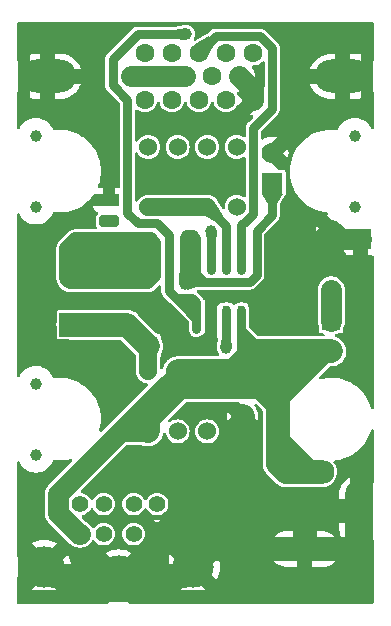
<source format=gbr>
%TF.GenerationSoftware,KiCad,Pcbnew,7.0.11-7.0.11~ubuntu22.04.1*%
%TF.CreationDate,2024-09-13T11:34:54+03:00*%
%TF.ProjectId,RVPC_Rev_B,52565043-5f52-4657-965f-422e6b696361,B*%
%TF.SameCoordinates,PX7bfa480PY7270e00*%
%TF.FileFunction,Copper,L1,Top*%
%TF.FilePolarity,Positive*%
%FSLAX46Y46*%
G04 Gerber Fmt 4.6, Leading zero omitted, Abs format (unit mm)*
G04 Created by KiCad (PCBNEW 7.0.11-7.0.11~ubuntu22.04.1) date 2024-09-13 11:34:54*
%MOMM*%
%LPD*%
G01*
G04 APERTURE LIST*
G04 Aperture macros list*
%AMRoundRect*
0 Rectangle with rounded corners*
0 $1 Rounding radius*
0 $2 $3 $4 $5 $6 $7 $8 $9 X,Y pos of 4 corners*
0 Add a 4 corners polygon primitive as box body*
4,1,4,$2,$3,$4,$5,$6,$7,$8,$9,$2,$3,0*
0 Add four circle primitives for the rounded corners*
1,1,$1+$1,$2,$3*
1,1,$1+$1,$4,$5*
1,1,$1+$1,$6,$7*
1,1,$1+$1,$8,$9*
0 Add four rect primitives between the rounded corners*
20,1,$1+$1,$2,$3,$4,$5,0*
20,1,$1+$1,$4,$5,$6,$7,0*
20,1,$1+$1,$6,$7,$8,$9,0*
20,1,$1+$1,$8,$9,$2,$3,0*%
G04 Aperture macros list end*
%TA.AperFunction,ComponentPad*%
%ADD10R,1.600000X1.600000*%
%TD*%
%TA.AperFunction,ComponentPad*%
%ADD11C,1.600000*%
%TD*%
%TA.AperFunction,ComponentPad*%
%ADD12R,1.700000X1.000000*%
%TD*%
%TA.AperFunction,ComponentPad*%
%ADD13RoundRect,0.250000X0.600000X-0.250000X0.600000X0.250000X-0.600000X0.250000X-0.600000X-0.250000X0*%
%TD*%
%TA.AperFunction,SMDPad,CuDef*%
%ADD14C,1.000000*%
%TD*%
%TA.AperFunction,ComponentPad*%
%ADD15C,1.524000*%
%TD*%
%TA.AperFunction,ConnectorPad*%
%ADD16C,1.000000*%
%TD*%
%TA.AperFunction,ComponentPad*%
%ADD17O,4.800000X2.800000*%
%TD*%
%TA.AperFunction,ComponentPad*%
%ADD18R,1.778000X1.778000*%
%TD*%
%TA.AperFunction,ComponentPad*%
%ADD19O,5.000000X2.000000*%
%TD*%
%TA.AperFunction,ComponentPad*%
%ADD20O,2.000000X5.000000*%
%TD*%
%TA.AperFunction,SMDPad,CuDef*%
%ADD21R,0.600000X2.200000*%
%TD*%
%TA.AperFunction,ComponentPad*%
%ADD22C,1.410000*%
%TD*%
%TA.AperFunction,ComponentPad*%
%ADD23C,3.500000*%
%TD*%
%TA.AperFunction,ComponentPad*%
%ADD24R,1.524000X1.524000*%
%TD*%
%TA.AperFunction,ComponentPad*%
%ADD25R,2.000000X2.000000*%
%TD*%
%TA.AperFunction,ComponentPad*%
%ADD26C,2.000000*%
%TD*%
%TA.AperFunction,ComponentPad*%
%ADD27C,1.778000*%
%TD*%
%TA.AperFunction,ViaPad*%
%ADD28C,1.000000*%
%TD*%
%TA.AperFunction,Conductor*%
%ADD29C,1.778000*%
%TD*%
%TA.AperFunction,Conductor*%
%ADD30C,2.032000*%
%TD*%
%TA.AperFunction,Conductor*%
%ADD31C,0.762000*%
%TD*%
%TA.AperFunction,Conductor*%
%ADD32C,1.016000*%
%TD*%
%TA.AperFunction,Conductor*%
%ADD33C,1.524000*%
%TD*%
%TA.AperFunction,Conductor*%
%ADD34C,1.270000*%
%TD*%
G04 APERTURE END LIST*
D10*
X11500000Y22190000D03*
D11*
X11500000Y29810000D03*
D12*
X8200000Y34550000D03*
D13*
X8200000Y32750000D03*
X8200000Y30950000D03*
D14*
X2000000Y34000000D03*
D15*
X27000000Y26960000D03*
X27000000Y32040000D03*
X19000000Y39040000D03*
X19000000Y33960000D03*
D16*
X2000000Y40000000D03*
D15*
X11500000Y39040000D03*
X11500000Y33960000D03*
D11*
X11220000Y43040000D03*
X13510000Y43040000D03*
X15800000Y43040000D03*
X18090000Y43040000D03*
X20380000Y43040000D03*
X10075000Y45020000D03*
X12365000Y45020000D03*
X14655000Y45020000D03*
X16945000Y45020000D03*
X19235000Y45020000D03*
X11220000Y47000000D03*
X13510000Y47000000D03*
X15800000Y47000000D03*
X18090000Y47000000D03*
X20380000Y47000000D03*
D17*
X27995000Y45020000D03*
X3005000Y45020000D03*
D18*
X29500000Y31250000D03*
D16*
X2000000Y13000000D03*
D15*
X16500000Y39040000D03*
X16500000Y33960000D03*
D19*
X24750000Y11500000D03*
X24750000Y5000000D03*
D20*
X29200000Y8200000D03*
D15*
X14000000Y39040000D03*
X14000000Y33960000D03*
D11*
X19500000Y16250000D03*
X19500000Y18750000D03*
D15*
X16500000Y20040000D03*
X16500000Y14960000D03*
D21*
X15595000Y24500000D03*
X16865000Y24500000D03*
X18135000Y24500000D03*
X19405000Y24500000D03*
X19405000Y29500000D03*
X18135000Y29500000D03*
X16865000Y29500000D03*
X15595000Y29500000D03*
D15*
X11500000Y14960000D03*
X11500000Y20040000D03*
D22*
X10270000Y6270000D03*
X7730000Y6270000D03*
X12260000Y6270000D03*
X5740000Y6270000D03*
X12260000Y8810000D03*
X5740000Y8810000D03*
X7730000Y8810000D03*
X10270000Y8810000D03*
D23*
X2700000Y3500000D03*
X9000000Y2700000D03*
X15300000Y3500000D03*
D14*
X29000000Y34000000D03*
X2000000Y19000000D03*
D15*
X14000000Y20040000D03*
X14000000Y14960000D03*
D16*
X29000000Y40000000D03*
D24*
X27000000Y24270000D03*
D15*
X27000000Y21730000D03*
D25*
X5000000Y24000000D03*
D26*
X5000000Y28000000D03*
D18*
X22000000Y35980000D03*
D27*
X22000000Y38520000D03*
D28*
X16500000Y36000000D03*
X1000000Y23000000D03*
X1000000Y8500000D03*
X24000000Y28000000D03*
X12500000Y1000000D03*
X30000000Y22500000D03*
X6500000Y44000000D03*
X30000000Y11500000D03*
X24000000Y33500000D03*
X1000000Y28000000D03*
X30000000Y42250000D03*
X30000000Y25000000D03*
X24000000Y31000000D03*
X25000000Y48500000D03*
X19000000Y36000000D03*
X14250000Y23250000D03*
X15750000Y22000000D03*
X27000000Y29500000D03*
X1000000Y6000000D03*
X24000000Y44000000D03*
X5500000Y48500000D03*
X18250000Y26400000D03*
X24000000Y25500000D03*
X11500000Y36000000D03*
X30000000Y48500000D03*
X1000000Y48500000D03*
X19500000Y26400000D03*
X14250000Y22000000D03*
X1000000Y1000000D03*
X1000000Y11000000D03*
X16900000Y26400000D03*
X24000000Y40500000D03*
X5500000Y1000000D03*
X1000000Y25500000D03*
X1000000Y30500000D03*
X1000000Y42250000D03*
X30000000Y20000000D03*
X30000000Y5000000D03*
X16865006Y22800000D03*
X14000000Y36000000D03*
X14623120Y27430696D03*
X18100000Y22000000D03*
X16864979Y31900000D03*
X14700000Y48600000D03*
D29*
X9210000Y14960000D02*
X3892000Y9642000D01*
X3892000Y8044533D02*
X5666533Y6270000D01*
D30*
X24750000Y11863410D02*
X22613410Y14000000D01*
X21000000Y18750000D02*
X22500000Y18750000D01*
X14000000Y20040000D02*
X16500000Y20040000D01*
D31*
X19405000Y21695000D02*
X17750000Y20040000D01*
D30*
X11500000Y16037630D02*
X14212370Y18750000D01*
X16250000Y18750000D02*
X19500000Y18750000D01*
D31*
X19405000Y24500000D02*
X19405000Y25257000D01*
D30*
X27000000Y21730000D02*
X25480000Y21730000D01*
X22483999Y16500000D02*
X22483999Y14000000D01*
D29*
X5666533Y6270000D02*
X5740000Y6270000D01*
X11500000Y14960000D02*
X9210000Y14960000D01*
X14000000Y19750000D02*
X14000000Y20040000D01*
D30*
X25480000Y21730000D02*
X21250000Y21730000D01*
X22483999Y17870589D02*
X22483999Y17266001D01*
X24750000Y11500000D02*
X24750000Y11863410D01*
D31*
X19405000Y23575000D02*
X19405000Y22575000D01*
D30*
X25480000Y21730000D02*
X24000000Y20250000D01*
D31*
X19405000Y24500000D02*
X19405000Y22250000D01*
D30*
X11500000Y16250000D02*
X11500000Y14960000D01*
X27000000Y21730000D02*
X26343410Y21730000D01*
X18210000Y20040000D02*
X19500000Y18750000D01*
X23200000Y11500000D02*
X24750000Y11500000D01*
D31*
X19405000Y24500000D02*
X19405000Y23575000D01*
D30*
X26343410Y21730000D02*
X22483999Y17870589D01*
D29*
X3892000Y9642000D02*
X3892000Y8044533D01*
D30*
X22483999Y17266001D02*
X21000000Y18750000D01*
X17750000Y20040000D02*
X18210000Y20040000D01*
X19500000Y18750000D02*
X21000000Y18750000D01*
D31*
X19405000Y22250000D02*
X19405000Y18845000D01*
X19405000Y22575000D02*
X20250000Y21730000D01*
D29*
X9210000Y14960000D02*
X14000000Y19750000D01*
D30*
X24000000Y20250000D02*
X22500000Y18750000D01*
X23790000Y20040000D02*
X24000000Y20250000D01*
X21250000Y21730000D02*
X20250000Y21730000D01*
X14000000Y20040000D02*
X14000000Y18750000D01*
X22483999Y14000000D02*
X22483999Y12216001D01*
X22483999Y16500000D02*
X22483999Y17266001D01*
X14212370Y18750000D02*
X16250000Y18750000D01*
X16500000Y20040000D02*
X17750000Y20040000D01*
X16500000Y20040000D02*
X23790000Y20040000D01*
D31*
X19405000Y22250000D02*
X19405000Y21695000D01*
D30*
X22500000Y18750000D02*
X22483999Y18733999D01*
X22483999Y18733999D02*
X22483999Y16500000D01*
X22483999Y12216001D02*
X23200000Y11500000D01*
X11500000Y14960000D02*
X11500000Y16037630D01*
D31*
X19405000Y18845000D02*
X19500000Y18750000D01*
D30*
X14000000Y18750000D02*
X11500000Y16250000D01*
X14000000Y18750000D02*
X16250000Y18750000D01*
D31*
X19405000Y23575000D02*
X21250000Y21730000D01*
D30*
X12260000Y6270000D02*
X15000000Y6270000D01*
X12250000Y2700000D02*
X9000000Y2700000D01*
X24750000Y5000000D02*
X19500000Y5000000D01*
X14500000Y2700000D02*
X12250000Y2700000D01*
X18070000Y6270000D02*
X18150000Y6350000D01*
X5500000Y2700000D02*
X9000000Y2700000D01*
D32*
X30000000Y1000000D02*
X30000000Y3400000D01*
D30*
X19950000Y8200000D02*
X19500000Y7750000D01*
D32*
X30000000Y48500000D02*
X30000000Y42250000D01*
X16865000Y26365000D02*
X16900000Y26400000D01*
D29*
X19235000Y45020000D02*
X20380000Y43875000D01*
D32*
X24700000Y1000000D02*
X30000000Y1000000D01*
X24700000Y1000000D02*
X24750000Y1050000D01*
D30*
X15300000Y5970000D02*
X15000000Y6270000D01*
X19500000Y16250000D02*
X19500000Y10500000D01*
D32*
X30000000Y5000000D02*
X30000000Y11500000D01*
D30*
X29200000Y5700000D02*
X28500000Y5000000D01*
D32*
X16065008Y22000000D02*
X16865006Y22799998D01*
X14250000Y22000000D02*
X14250000Y23250000D01*
X1000000Y1000000D02*
X24700000Y1000000D01*
D30*
X18150000Y6350000D02*
X19500000Y7700000D01*
D32*
X30000000Y3500000D02*
X28500000Y5000000D01*
D30*
X19500000Y5000000D02*
X16800000Y5000000D01*
D32*
X15500000Y22000000D02*
X15750000Y22000000D01*
X16900000Y26400000D02*
X17500000Y26400000D01*
D29*
X27000000Y32040000D02*
X27790000Y31250000D01*
D32*
X15000000Y22500000D02*
X15043000Y22457000D01*
D30*
X16800000Y5000000D02*
X18150000Y6350000D01*
D29*
X26250000Y31250000D02*
X26230000Y31270000D01*
D30*
X15300000Y3500000D02*
X14500000Y2700000D01*
X16800000Y5000000D02*
X15300000Y3500000D01*
X19500000Y7750000D02*
X19500000Y5000000D01*
D29*
X20380000Y43875000D02*
X20380000Y43040000D01*
D32*
X16522008Y22457000D02*
X16865006Y22799998D01*
D30*
X24750000Y5000000D02*
X24750000Y7950000D01*
X2700000Y3500000D02*
X3500000Y2700000D01*
X24750000Y7950000D02*
X24500000Y8200000D01*
D32*
X24750000Y1050000D02*
X24750000Y5000000D01*
X1000000Y48500000D02*
X5500000Y48500000D01*
D30*
X21800000Y8200000D02*
X19500000Y10500000D01*
X15300000Y3500000D02*
X15300000Y5970000D01*
D32*
X1000000Y6000000D02*
X1000000Y1000000D01*
D30*
X24500000Y8200000D02*
X22500000Y8200000D01*
D31*
X16865006Y22934994D02*
X16865006Y22799998D01*
D30*
X12260000Y2710000D02*
X12250000Y2700000D01*
D32*
X16865000Y23115000D02*
X15750000Y22000000D01*
D30*
X3500000Y2700000D02*
X5500000Y2700000D01*
X12260000Y6270000D02*
X12260000Y2710000D01*
D32*
X21360000Y26400000D02*
X26230000Y31270000D01*
X16865000Y24500000D02*
X16865000Y25765000D01*
D30*
X29200000Y8200000D02*
X29200000Y5700000D01*
D32*
X16865000Y24500000D02*
X16865000Y23115000D01*
X12500000Y2450000D02*
X12250000Y2700000D01*
X12500000Y1000000D02*
X12500000Y2450000D01*
D30*
X22500000Y8200000D02*
X21800000Y8200000D01*
D32*
X14250000Y23250000D02*
X15000000Y22500000D01*
X14250000Y22000000D02*
X16065008Y22000000D01*
X15043000Y22457000D02*
X16522008Y22457000D01*
X1000000Y48500000D02*
X1000000Y42250000D01*
D30*
X22500000Y8200000D02*
X19950000Y8200000D01*
X19500000Y7700000D02*
X19500000Y7750000D01*
D29*
X26230000Y31270000D02*
X27000000Y32040000D01*
D30*
X28500000Y5000000D02*
X24750000Y5000000D01*
D32*
X16865000Y24500000D02*
X16865000Y22800004D01*
X30000000Y3400000D02*
X30000000Y3500000D01*
X25000000Y48500000D02*
X30000000Y48500000D01*
X16865000Y24500000D02*
X16865000Y26365000D01*
X15000000Y22500000D02*
X15500000Y22000000D01*
X16865000Y25765000D02*
X17500000Y26400000D01*
X5500000Y1000000D02*
X5500000Y2700000D01*
D30*
X29200000Y8200000D02*
X24500000Y8200000D01*
D29*
X14655000Y45020000D02*
X10075000Y45020000D01*
D32*
X17500000Y26400000D02*
X21360000Y26400000D01*
D30*
X19500000Y10500000D02*
X19500000Y7750000D01*
D32*
X30000000Y3400000D02*
X30000000Y5000000D01*
D29*
X27790000Y31250000D02*
X26250000Y31250000D01*
D32*
X1000000Y6000000D02*
X1000000Y11000000D01*
X16865000Y22800004D02*
X16865006Y22799998D01*
D30*
X15000000Y6270000D02*
X18070000Y6270000D01*
D29*
X27790000Y31250000D02*
X29500000Y31250000D01*
D33*
X11500000Y20040000D02*
X11500000Y22189998D01*
D30*
X9689998Y24000000D02*
X11500000Y22189998D01*
X5000000Y24000000D02*
X9689998Y24000000D01*
D32*
X8200000Y27500000D02*
X7700000Y28000000D01*
X11500000Y27500000D02*
X10700000Y27500000D01*
X4500000Y30500000D02*
X4500000Y29500000D01*
X12107000Y28107000D02*
X11500000Y27500000D01*
X5300000Y31300000D02*
X4500000Y30500000D01*
X12107000Y28900000D02*
X12107000Y28107000D01*
X10707000Y27500000D02*
X12107000Y28900000D01*
X7100000Y31300000D02*
X5300000Y31300000D01*
D30*
X5000000Y30250000D02*
X5000000Y28000000D01*
D32*
X12107000Y30917000D02*
X12107000Y28900000D01*
X10700000Y27500000D02*
X10707000Y27500000D01*
D30*
X5060000Y30310000D02*
X5000000Y30250000D01*
X11500000Y30310000D02*
X5060000Y30310000D01*
D32*
X10360000Y31300000D02*
X6050000Y31300000D01*
D30*
X9190000Y28000000D02*
X10845000Y29655000D01*
X11500000Y29810000D02*
X11345000Y29655000D01*
X5000000Y28000000D02*
X7700000Y28000000D01*
X11345000Y29655000D02*
X5595000Y29655000D01*
X7700000Y28000000D02*
X9190000Y28000000D01*
D32*
X6050000Y31300000D02*
X5000000Y30250000D01*
X10700000Y27500000D02*
X8200000Y27500000D01*
D30*
X5595000Y29655000D02*
X5000000Y30250000D01*
X10845000Y29655000D02*
X11500000Y30310000D01*
D32*
X11724000Y31300000D02*
X12107000Y30917000D01*
X9200000Y31300000D02*
X11724000Y31300000D01*
X11500000Y30310000D02*
X12107000Y30917000D01*
D31*
X15595000Y29500000D02*
X15595000Y28255000D01*
X14500000Y31440920D02*
X14500000Y27553816D01*
X14792424Y27600000D02*
X14623120Y27430696D01*
X14500000Y31000000D02*
X15595000Y31000000D01*
X14623120Y27723130D02*
X14623120Y27430696D01*
X20700000Y28200000D02*
X20100000Y27600000D01*
X14899995Y28000005D02*
X14623120Y27723130D01*
X15595000Y28255000D02*
X16250000Y27600000D01*
X16250000Y27600000D02*
X14792424Y27600000D01*
X15313160Y31640920D02*
X15595000Y31359080D01*
X14899995Y31440925D02*
X14899995Y28000005D01*
X14700000Y31640920D02*
X14500000Y31440920D01*
X15595000Y31359080D02*
X15595000Y29500000D01*
X20100000Y27600000D02*
X16250000Y27600000D01*
X15595000Y29500000D02*
X15595000Y30400000D01*
X15595000Y28695010D02*
X14899995Y28000005D01*
X22000000Y33250000D02*
X20700000Y31950000D01*
X15595000Y29500000D02*
X15595000Y28695010D01*
X14700000Y31640920D02*
X15313160Y31640920D01*
X20700000Y31950000D02*
X20700000Y28200000D01*
X14700000Y31640920D02*
X14899995Y31440925D01*
X14500000Y27553816D02*
X14623120Y27430696D01*
X22000000Y35980000D02*
X22000000Y33250000D01*
X18135000Y24500000D02*
X18135000Y25257000D01*
X18135000Y24500000D02*
X18135000Y22035000D01*
X18135000Y22035000D02*
X18100000Y22000000D01*
D29*
X27000000Y26960000D02*
X27000000Y24270000D01*
D31*
X18135000Y32325000D02*
X16500000Y33960000D01*
X18135000Y32000000D02*
X18135000Y32075000D01*
X18135000Y29500000D02*
X18135000Y28616000D01*
X18135000Y32000000D02*
X18135000Y32325000D01*
D33*
X16500000Y33960000D02*
X14000000Y33960000D01*
X14000000Y33960000D02*
X11500000Y33960000D01*
D31*
X18135000Y29500000D02*
X18135000Y32000000D01*
X16865000Y29500000D02*
X16865000Y28616000D01*
X16865000Y29500000D02*
X16865000Y31899979D01*
X16865000Y31899979D02*
X16864979Y31900000D01*
X12237000Y32563000D02*
X13250000Y31550000D01*
X14700000Y48600000D02*
X10600000Y48600000D01*
X9750000Y43000000D02*
X9750000Y33450000D01*
X13250000Y31550000D02*
X13250000Y26845000D01*
X15595000Y24500000D02*
X15595000Y25905000D01*
X14600000Y26250000D02*
X13845000Y26250000D01*
X9750000Y33450000D02*
X10637000Y32563000D01*
X8500000Y46500000D02*
X8500000Y44250000D01*
X15595000Y25905000D02*
X15250000Y26250000D01*
X15250000Y26250000D02*
X14600000Y26250000D01*
X8500000Y44250000D02*
X9750000Y43000000D01*
X10637000Y32563000D02*
X12237000Y32563000D01*
X15595000Y24500000D02*
X15595000Y23600000D01*
X13250000Y26845000D02*
X13845000Y26250000D01*
X15595000Y25255000D02*
X14600000Y26250000D01*
X15595000Y24500000D02*
X15595000Y25255000D01*
X13845000Y26250000D02*
X15595000Y24500000D01*
X10600000Y48600000D02*
X8500000Y46500000D01*
X20974397Y48435000D02*
X17235000Y48435000D01*
X22000000Y47409397D02*
X20974397Y48435000D01*
X22000000Y42250000D02*
X22000000Y47409397D01*
X19578657Y32563000D02*
X20397000Y33381343D01*
X19405000Y29500000D02*
X19405000Y32405000D01*
X19405000Y29500000D02*
X19405000Y28616000D01*
X19563000Y32563000D02*
X19578657Y32563000D01*
X17235000Y48435000D02*
X15800000Y47000000D01*
X20397000Y33381343D02*
X20397000Y40647000D01*
X19405000Y32405000D02*
X19563000Y32563000D01*
X20397000Y40647000D02*
X22000000Y42250000D01*
D34*
X15800000Y43040000D02*
X15800000Y42941393D01*
%TA.AperFunction,Conductor*%
G36*
X16668256Y48394484D02*
G01*
X17194483Y47868257D01*
X17197910Y47859984D01*
X17196390Y47854217D01*
X16544197Y46702845D01*
X16537138Y46697336D01*
X16529552Y46697797D01*
X15803787Y46997438D01*
X15797448Y47003763D01*
X15797437Y47003788D01*
X15497796Y47729553D01*
X15497807Y47738508D01*
X15502842Y47744196D01*
X16654217Y48396392D01*
X16663104Y48397487D01*
X16668256Y48394484D01*
G37*
%TD.AperFunction*%
%TA.AperFunction,Conductor*%
G36*
X22008266Y35972724D02*
G01*
X22008277Y35972714D01*
X22008278Y35972713D01*
X22882688Y35097319D01*
X22886110Y35089044D01*
X22884568Y35083246D01*
X22384369Y34207895D01*
X22377289Y34202412D01*
X22374211Y34202000D01*
X21625789Y34202000D01*
X21617516Y34205427D01*
X21615631Y34207895D01*
X21115431Y35083246D01*
X21114301Y35092129D01*
X21117308Y35097316D01*
X21991724Y35972715D01*
X21999993Y35976145D01*
X22008266Y35972724D01*
G37*
%TD.AperFunction*%
%TA.AperFunction,Conductor*%
G36*
X19786015Y20327676D02*
G01*
X19788766Y20323321D01*
X20235386Y19066609D01*
X20234928Y19057666D01*
X20228852Y19051887D01*
X19504490Y18750866D01*
X19495536Y18750856D01*
X19495510Y18750866D01*
X18769817Y19052440D01*
X18763492Y19058779D01*
X18762848Y19065607D01*
X19022074Y20321768D01*
X19027103Y20329177D01*
X19033533Y20331103D01*
X19777742Y20331103D01*
X19786015Y20327676D01*
G37*
%TD.AperFunction*%
%TA.AperFunction,Conductor*%
G36*
X15275396Y28349859D02*
G01*
X15278823Y28341586D01*
X15278655Y28339613D01*
X15124781Y27440404D01*
X15120008Y27432827D01*
X15113272Y27430677D01*
X14625469Y27429701D01*
X14620949Y27430600D01*
X14172655Y27617260D01*
X14166334Y27623604D01*
X14166351Y27632558D01*
X14166643Y27633203D01*
X14512305Y28339613D01*
X14515786Y28346729D01*
X14522500Y28352653D01*
X14526295Y28353286D01*
X15267123Y28353286D01*
X15275396Y28349859D01*
G37*
%TD.AperFunction*%
%TA.AperFunction,Conductor*%
G36*
X17351831Y31900027D02*
G01*
X17360097Y31896584D01*
X17363507Y31888304D01*
X17363425Y31886945D01*
X17247228Y30910322D01*
X17242848Y30902511D01*
X17235610Y30900004D01*
X16494390Y30900004D01*
X16486117Y30903431D01*
X16482772Y30910321D01*
X16366533Y31886944D01*
X16368958Y31895564D01*
X16376768Y31899945D01*
X16378115Y31900027D01*
X16864979Y31901000D01*
X17351831Y31900027D01*
G37*
%TD.AperFunction*%
%TA.AperFunction,Conductor*%
G36*
X14880228Y28402779D02*
G01*
X14883278Y28397452D01*
X15082499Y27631877D01*
X15081266Y27623008D01*
X15075673Y27618130D01*
X14625290Y27430600D01*
X14620770Y27429701D01*
X14134747Y27430673D01*
X14126480Y27434116D01*
X14123070Y27442322D01*
X14119050Y28394457D01*
X14122442Y28402744D01*
X14130701Y28406206D01*
X14871955Y28406206D01*
X14880228Y28402779D01*
G37*
%TD.AperFunction*%
%TA.AperFunction,Conductor*%
G36*
X12606993Y30618126D02*
G01*
X12610420Y30609853D01*
X12609810Y30606123D01*
X12243101Y29515741D01*
X12237215Y29508992D01*
X12228281Y29508381D01*
X12227521Y29508667D01*
X11507210Y29808004D01*
X11500885Y29814343D01*
X11500000Y29818808D01*
X11500000Y30599587D01*
X11503427Y30607860D01*
X11510341Y30611207D01*
X11598323Y30621475D01*
X11599679Y30621553D01*
X12598720Y30621553D01*
X12606993Y30618126D01*
G37*
%TD.AperFunction*%
%TA.AperFunction,Conductor*%
G36*
X14695564Y49096022D02*
G01*
X14699944Y49088212D01*
X14700026Y49086852D01*
X14701000Y48600000D01*
X14701000Y48599954D01*
X14700026Y48113149D01*
X14696583Y48104882D01*
X14688303Y48101472D01*
X14686943Y48101554D01*
X13710317Y48217773D01*
X13702507Y48222153D01*
X13700000Y48229391D01*
X13700000Y48970610D01*
X13703427Y48978883D01*
X13710316Y48982228D01*
X14686944Y49098447D01*
X14695564Y49096022D01*
G37*
%TD.AperFunction*%
%TA.AperFunction,Conductor*%
G36*
X18513521Y22989611D02*
G01*
X18516906Y22982324D01*
X18598929Y22012661D01*
X18596212Y22004129D01*
X18588257Y22000017D01*
X18587294Y21999975D01*
X18100023Y21999001D01*
X18099977Y21999001D01*
X17613627Y21999973D01*
X17605360Y22003416D01*
X17601950Y22011696D01*
X17602088Y22013466D01*
X17752464Y22983131D01*
X17757118Y22990781D01*
X17764026Y22993038D01*
X18505248Y22993038D01*
X18513521Y22989611D01*
G37*
%TD.AperFunction*%
%TA.AperFunction,Conductor*%
G36*
X15585576Y27977368D02*
G01*
X15589428Y27969284D01*
X15589444Y27968676D01*
X15589444Y27227517D01*
X15586017Y27219244D01*
X15581339Y27216383D01*
X14824715Y26972068D01*
X14815789Y26972787D01*
X14810319Y26978705D01*
X14711355Y27216383D01*
X14623022Y27428529D01*
X14622124Y27433043D01*
X14623097Y27919615D01*
X14626540Y27927879D01*
X14634187Y27931273D01*
X15577137Y27980360D01*
X15585576Y27977368D01*
G37*
%TD.AperFunction*%
%TA.AperFunction,Conductor*%
G36*
X17203530Y34247706D02*
G01*
X17209139Y34242808D01*
X17842481Y33159572D01*
X17843699Y33150702D01*
X17840654Y33145395D01*
X17314605Y32619346D01*
X17306332Y32615919D01*
X17300428Y32617519D01*
X16217192Y33250861D01*
X16211780Y33257994D01*
X16212282Y33265423D01*
X16497437Y33956213D01*
X16503761Y33962552D01*
X17194577Y34247717D01*
X17203530Y34247706D01*
G37*
%TD.AperFunction*%
%TA.AperFunction,Conductor*%
G36*
X19184457Y17459498D02*
G01*
X19205431Y17442595D01*
X19500000Y17148026D01*
X20757751Y15890274D01*
X20793048Y16022004D01*
X20812995Y16250000D01*
X20793048Y16478003D01*
X20733813Y16699069D01*
X20733811Y16699074D01*
X20637087Y16906499D01*
X20506336Y17093231D01*
X20483648Y17160505D01*
X20500933Y17229366D01*
X20552703Y17277950D01*
X20622521Y17290833D01*
X20688220Y17263924D01*
X20698644Y17254597D01*
X21176594Y16776647D01*
X21210620Y16714335D01*
X21213499Y16687552D01*
X21213499Y12294427D01*
X21212707Y12280321D01*
X21208685Y12244625D01*
X21213214Y12177453D01*
X21213499Y12168978D01*
X21213499Y12158942D01*
X21217208Y12117720D01*
X21217429Y12114909D01*
X21224068Y12016456D01*
X21224071Y12016441D01*
X21225156Y12012134D01*
X21228464Y11992667D01*
X21228863Y11988232D01*
X21228863Y11988231D01*
X21255117Y11893101D01*
X21255837Y11890370D01*
X21279946Y11794694D01*
X21279950Y11794684D01*
X21281786Y11790641D01*
X21288517Y11772077D01*
X21289703Y11767780D01*
X21289707Y11767769D01*
X21332520Y11678868D01*
X21333718Y11676308D01*
X21374525Y11586468D01*
X21374527Y11586464D01*
X21377057Y11582813D01*
X21387002Y11565736D01*
X21388929Y11561734D01*
X21388934Y11561726D01*
X21446916Y11481921D01*
X21448553Y11479614D01*
X21504761Y11398481D01*
X21504773Y11398467D01*
X21507904Y11395336D01*
X21520740Y11380309D01*
X21523352Y11376714D01*
X21523356Y11376710D01*
X21594652Y11308544D01*
X21596673Y11306568D01*
X22246165Y10657077D01*
X22255581Y10646541D01*
X22277977Y10618457D01*
X22328676Y10574162D01*
X22334870Y10568371D01*
X22341956Y10561285D01*
X22341968Y10561274D01*
X22373757Y10534734D01*
X22375906Y10532899D01*
X22450200Y10467990D01*
X22454005Y10465717D01*
X22470130Y10454276D01*
X22473542Y10451427D01*
X22559410Y10402705D01*
X22561772Y10401330D01*
X22646523Y10350693D01*
X22650679Y10349134D01*
X22668574Y10340762D01*
X22672450Y10338563D01*
X22765645Y10305954D01*
X22768187Y10305032D01*
X22860634Y10270335D01*
X22860637Y10270335D01*
X22860638Y10270334D01*
X22864998Y10269543D01*
X22884136Y10264492D01*
X22888311Y10263031D01*
X22985746Y10247599D01*
X22988532Y10247125D01*
X23000986Y10244865D01*
X23085653Y10229500D01*
X23090098Y10229500D01*
X23109808Y10227949D01*
X23114190Y10227255D01*
X23212801Y10229469D01*
X23215628Y10229500D01*
X24718662Y10229500D01*
X24724314Y10229374D01*
X24807231Y10225649D01*
X24889500Y10236794D01*
X24895114Y10237426D01*
X24979199Y10244993D01*
X24990492Y10245500D01*
X26306337Y10245500D01*
X26306343Y10245500D01*
X26474905Y10260671D01*
X26483457Y10263031D01*
X26584792Y10290998D01*
X26692582Y10320746D01*
X26896033Y10418723D01*
X27078721Y10551453D01*
X27234772Y10714670D01*
X27359173Y10903129D01*
X27447923Y11110771D01*
X27498172Y11330924D01*
X27508303Y11556510D01*
X27477991Y11780281D01*
X27477990Y11780285D01*
X27408213Y11995038D01*
X27408212Y11995040D01*
X27408211Y11995043D01*
X27301204Y12193894D01*
X27260747Y12244625D01*
X27211549Y12306318D01*
X27184715Y12372048D01*
X27197677Y12441852D01*
X27246320Y12493566D01*
X27303354Y12510699D01*
X27311017Y12511108D01*
X27372596Y12514389D01*
X27372601Y12514390D01*
X27372609Y12514390D01*
X27740995Y12573743D01*
X28100986Y12671916D01*
X28448503Y12807798D01*
X28779607Y12979849D01*
X29090547Y13186119D01*
X29377801Y13424272D01*
X29638114Y13691609D01*
X29868535Y13985101D01*
X30066455Y14301422D01*
X30229631Y14636989D01*
X30356213Y14987999D01*
X30370100Y15044840D01*
X30405697Y15106268D01*
X30468854Y15138698D01*
X30539518Y15131836D01*
X30595254Y15087859D01*
X30618367Y15020729D01*
X30618500Y15014937D01*
X30618500Y10705169D01*
X30598498Y10637048D01*
X30544842Y10590555D01*
X30474568Y10580451D01*
X30409988Y10609945D01*
X30398188Y10621615D01*
X30248026Y10791113D01*
X30248022Y10791116D01*
X30059433Y10945094D01*
X30059434Y10945094D01*
X29848570Y11066837D01*
X29835000Y11071985D01*
X29835000Y5332155D01*
X29956450Y5389784D01*
X30156832Y5528099D01*
X30332426Y5696760D01*
X30332427Y5696761D01*
X30391770Y5775731D01*
X30448683Y5818174D01*
X30519508Y5823109D01*
X30581758Y5788970D01*
X30615669Y5726596D01*
X30618500Y5700038D01*
X30618500Y507500D01*
X30598498Y439379D01*
X30544842Y392886D01*
X30492500Y381500D01*
X9944193Y381500D01*
X9876072Y401502D01*
X9829579Y455158D01*
X9819475Y525432D01*
X9848969Y590012D01*
X9888465Y620506D01*
X10084696Y717277D01*
X10084697Y717278D01*
X9312468Y1489507D01*
X9440994Y1524977D01*
X9643715Y1622602D01*
X9825747Y1754856D01*
X9981239Y1917488D01*
X10105193Y2105270D01*
X10193625Y2312168D01*
X10210764Y2387261D01*
X10982722Y1615303D01*
X10982723Y1615304D01*
X11090592Y1834041D01*
X11090598Y1834055D01*
X11185737Y2114325D01*
X11185739Y2114335D01*
X11243484Y2404630D01*
X11243486Y2404644D01*
X11262845Y2699997D01*
X11262845Y2700004D01*
X11243486Y2995357D01*
X11243484Y2995371D01*
X11185739Y3285666D01*
X11185737Y3285676D01*
X11112985Y3499997D01*
X13037155Y3499997D01*
X13056513Y3204644D01*
X13056515Y3204630D01*
X13114260Y2914335D01*
X13114262Y2914325D01*
X13209401Y2634055D01*
X13209407Y2634041D01*
X13317276Y2415303D01*
X14087765Y3185792D01*
X14145945Y3006733D01*
X14252567Y2808596D01*
X14392855Y2632680D01*
X14562299Y2484642D01*
X14755453Y2369237D01*
X14966110Y2290176D01*
X14984807Y2286783D01*
X14215301Y1517278D01*
X14215302Y1517277D01*
X14434040Y1409408D01*
X14434054Y1409402D01*
X14714324Y1314263D01*
X14714334Y1314261D01*
X15004629Y1256516D01*
X15004643Y1256514D01*
X15299997Y1237155D01*
X15300003Y1237155D01*
X15595356Y1256514D01*
X15595370Y1256516D01*
X15885665Y1314261D01*
X15885675Y1314263D01*
X16165945Y1409402D01*
X16165959Y1409408D01*
X16384696Y1517277D01*
X16384697Y1517278D01*
X15612468Y2289507D01*
X15740994Y2324977D01*
X15943715Y2422602D01*
X16125747Y2554856D01*
X16281239Y2717488D01*
X16405193Y2905270D01*
X16493625Y3112168D01*
X16510764Y3187261D01*
X17282722Y2415303D01*
X17282723Y2415304D01*
X17390592Y2634041D01*
X17390598Y2634055D01*
X17485737Y2914325D01*
X17485739Y2914335D01*
X17543484Y3204630D01*
X17543486Y3204644D01*
X17562845Y3499997D01*
X17562845Y3500004D01*
X17543486Y3795357D01*
X17543484Y3795371D01*
X17485739Y4085666D01*
X17485737Y4085676D01*
X17390919Y4365000D01*
X21882155Y4365000D01*
X21939783Y4243550D01*
X22078098Y4043168D01*
X22246757Y3867576D01*
X22441405Y3721306D01*
X22656995Y3608157D01*
X22887941Y3531056D01*
X22887949Y3531054D01*
X23128251Y3492002D01*
X23128266Y3492000D01*
X24115000Y3492000D01*
X24115000Y4365000D01*
X25385000Y4365000D01*
X25385000Y3492000D01*
X26310780Y3492000D01*
X26310781Y3492001D01*
X26492682Y3506686D01*
X26729090Y3564955D01*
X26953080Y3660388D01*
X27158870Y3790521D01*
X27158871Y3790522D01*
X27341106Y3951968D01*
X27341115Y3951978D01*
X27495091Y4140564D01*
X27616835Y4351428D01*
X27621983Y4365000D01*
X25385000Y4365000D01*
X24115000Y4365000D01*
X21882155Y4365000D01*
X17390919Y4365000D01*
X17390598Y4365946D01*
X17390592Y4365960D01*
X17282723Y4584698D01*
X17282722Y4584699D01*
X16512233Y3814211D01*
X16454055Y3993267D01*
X16347433Y4191404D01*
X16207145Y4367320D01*
X16037701Y4515358D01*
X15844547Y4630763D01*
X15633890Y4709824D01*
X15615191Y4713218D01*
X15830084Y4928111D01*
X22750000Y4928111D01*
X22790507Y4790156D01*
X22868239Y4669202D01*
X22976900Y4575048D01*
X23107685Y4515320D01*
X23214237Y4500000D01*
X26285763Y4500000D01*
X26392315Y4515320D01*
X26523100Y4575048D01*
X26631761Y4669202D01*
X26709493Y4790156D01*
X26750000Y4928111D01*
X26750000Y5071889D01*
X26709493Y5209844D01*
X26631761Y5330798D01*
X26523100Y5424952D01*
X26392315Y5484680D01*
X26285763Y5500000D01*
X23214237Y5500000D01*
X23107685Y5484680D01*
X22976900Y5424952D01*
X22868239Y5330798D01*
X22790507Y5209844D01*
X22750000Y5071889D01*
X22750000Y4928111D01*
X15830084Y4928111D01*
X16384697Y5482724D01*
X16165959Y5590593D01*
X16165945Y5590599D01*
X16035144Y5635000D01*
X21878017Y5635000D01*
X24115000Y5635000D01*
X24115000Y6508000D01*
X25385000Y6508000D01*
X25385000Y5635000D01*
X27617845Y5635000D01*
X27560216Y5756451D01*
X27421901Y5956833D01*
X27253242Y6132425D01*
X27058594Y6278695D01*
X26843004Y6391844D01*
X26612058Y6468945D01*
X26612050Y6468947D01*
X26371748Y6507999D01*
X26371734Y6508000D01*
X25385000Y6508000D01*
X24115000Y6508000D01*
X23189218Y6508000D01*
X23007317Y6493315D01*
X22770909Y6435046D01*
X22546919Y6339613D01*
X22341129Y6209480D01*
X22341128Y6209479D01*
X22158893Y6048033D01*
X22158884Y6048023D01*
X22004908Y5859437D01*
X21883164Y5648573D01*
X21878017Y5635000D01*
X16035144Y5635000D01*
X15885675Y5685738D01*
X15885665Y5685740D01*
X15595370Y5743485D01*
X15595356Y5743487D01*
X15300003Y5762845D01*
X15299997Y5762845D01*
X15004643Y5743487D01*
X15004629Y5743485D01*
X14714334Y5685740D01*
X14714324Y5685738D01*
X14434054Y5590599D01*
X14434040Y5590593D01*
X14215301Y5482724D01*
X14987531Y4710494D01*
X14859006Y4675023D01*
X14656285Y4577398D01*
X14474253Y4445144D01*
X14318761Y4282512D01*
X14194807Y4094730D01*
X14106375Y3887832D01*
X14089235Y3812740D01*
X13317276Y4584699D01*
X13209407Y4365960D01*
X13209401Y4365946D01*
X13114262Y4085676D01*
X13114260Y4085666D01*
X13056515Y3795371D01*
X13056513Y3795357D01*
X13037155Y3500004D01*
X13037155Y3499997D01*
X11112985Y3499997D01*
X11090598Y3565946D01*
X11090592Y3565960D01*
X10982723Y3784698D01*
X10982722Y3784699D01*
X10212233Y3014211D01*
X10154055Y3193267D01*
X10047433Y3391404D01*
X9907145Y3567320D01*
X9737701Y3715358D01*
X9544547Y3830763D01*
X9333890Y3909824D01*
X9315191Y3913218D01*
X10084697Y4682724D01*
X9865959Y4790593D01*
X9865945Y4790599D01*
X9585675Y4885738D01*
X9585665Y4885740D01*
X9295370Y4943485D01*
X9295356Y4943487D01*
X9000003Y4962845D01*
X8999997Y4962845D01*
X8704643Y4943487D01*
X8704629Y4943485D01*
X8414334Y4885740D01*
X8414324Y4885738D01*
X8134054Y4790599D01*
X8134040Y4790593D01*
X7915301Y4682724D01*
X8687531Y3910494D01*
X8559006Y3875023D01*
X8356285Y3777398D01*
X8174253Y3645144D01*
X8018761Y3482512D01*
X7894807Y3294730D01*
X7806375Y3087832D01*
X7789235Y3012740D01*
X7017276Y3784699D01*
X6909407Y3565960D01*
X6909401Y3565946D01*
X6814262Y3285676D01*
X6814260Y3285666D01*
X6756515Y2995371D01*
X6756513Y2995357D01*
X6737155Y2700004D01*
X6737155Y2699997D01*
X6756513Y2404644D01*
X6756515Y2404630D01*
X6814260Y2114335D01*
X6814262Y2114325D01*
X6909401Y1834055D01*
X6909407Y1834041D01*
X7017276Y1615303D01*
X7787765Y2385792D01*
X7845945Y2206733D01*
X7952567Y2008596D01*
X8092855Y1832680D01*
X8262299Y1684642D01*
X8455453Y1569237D01*
X8666110Y1490176D01*
X8684807Y1486783D01*
X7915301Y717278D01*
X8111535Y620506D01*
X8163784Y572438D01*
X8181751Y503752D01*
X8159732Y436257D01*
X8104717Y391380D01*
X8055807Y381500D01*
X507500Y381500D01*
X439379Y401502D01*
X392886Y455158D01*
X381500Y507500D01*
X381500Y2555807D01*
X401502Y2623928D01*
X455158Y2670421D01*
X525432Y2680525D01*
X590012Y2651031D01*
X620506Y2611535D01*
X717276Y2415303D01*
X1487765Y3185792D01*
X1545945Y3006733D01*
X1652567Y2808596D01*
X1792855Y2632680D01*
X1962299Y2484642D01*
X2155453Y2369237D01*
X2366110Y2290176D01*
X2384807Y2286783D01*
X1615301Y1517278D01*
X1615302Y1517277D01*
X1834040Y1409408D01*
X1834054Y1409402D01*
X2114324Y1314263D01*
X2114334Y1314261D01*
X2404629Y1256516D01*
X2404643Y1256514D01*
X2699997Y1237155D01*
X2700003Y1237155D01*
X2995356Y1256514D01*
X2995370Y1256516D01*
X3285665Y1314261D01*
X3285675Y1314263D01*
X3565945Y1409402D01*
X3565959Y1409408D01*
X3784696Y1517277D01*
X3784697Y1517278D01*
X3012468Y2289507D01*
X3140994Y2324977D01*
X3343715Y2422602D01*
X3525747Y2554856D01*
X3681239Y2717488D01*
X3805193Y2905270D01*
X3893625Y3112168D01*
X3910764Y3187261D01*
X4682722Y2415303D01*
X4682723Y2415304D01*
X4790592Y2634041D01*
X4790598Y2634055D01*
X4885737Y2914325D01*
X4885739Y2914335D01*
X4943484Y3204630D01*
X4943486Y3204644D01*
X4962845Y3499997D01*
X4962845Y3500004D01*
X4943486Y3795357D01*
X4943484Y3795371D01*
X4885739Y4085666D01*
X4885737Y4085676D01*
X4790598Y4365946D01*
X4790592Y4365960D01*
X4682723Y4584698D01*
X4682722Y4584699D01*
X3912233Y3814211D01*
X3854055Y3993267D01*
X3747433Y4191404D01*
X3607145Y4367320D01*
X3437701Y4515358D01*
X3244547Y4630763D01*
X3033890Y4709824D01*
X3015191Y4713218D01*
X3391789Y5089816D01*
X11977840Y5089816D01*
X12048556Y5070867D01*
X12260000Y5052368D01*
X12471439Y5070867D01*
X12542159Y5089816D01*
X12260001Y5371974D01*
X12260000Y5371974D01*
X11977840Y5089816D01*
X3391789Y5089816D01*
X3784697Y5482724D01*
X3565959Y5590593D01*
X3565945Y5590599D01*
X3285675Y5685738D01*
X3285665Y5685740D01*
X2995370Y5743485D01*
X2995356Y5743487D01*
X2700003Y5762845D01*
X2699997Y5762845D01*
X2404643Y5743487D01*
X2404629Y5743485D01*
X2114334Y5685740D01*
X2114324Y5685738D01*
X1834054Y5590599D01*
X1834040Y5590593D01*
X1615301Y5482724D01*
X2387531Y4710494D01*
X2259006Y4675023D01*
X2056285Y4577398D01*
X1874253Y4445144D01*
X1718761Y4282512D01*
X1594807Y4094730D01*
X1506375Y3887832D01*
X1489235Y3812740D01*
X717276Y4584699D01*
X620506Y4388466D01*
X572438Y4336217D01*
X503752Y4318250D01*
X436257Y4340269D01*
X391380Y4395284D01*
X381500Y4444194D01*
X381500Y12311157D01*
X401502Y12379278D01*
X455158Y12425771D01*
X525432Y12435875D01*
X590012Y12406381D01*
X623907Y12359377D01*
X644611Y12309395D01*
X736808Y12158942D01*
X769333Y12105867D01*
X769334Y12105865D01*
X924356Y11924357D01*
X1093048Y11780281D01*
X1105868Y11769332D01*
X1309395Y11644611D01*
X1529927Y11553263D01*
X1762034Y11497539D01*
X2000000Y11478811D01*
X2237966Y11497539D01*
X2470073Y11553263D01*
X2690605Y11644611D01*
X2894132Y11769332D01*
X3075643Y11924357D01*
X3230668Y12105868D01*
X3355389Y12309395D01*
X3414144Y12451242D01*
X3458690Y12506520D01*
X3526054Y12528941D01*
X3543944Y12528307D01*
X3813418Y12499500D01*
X3813425Y12499500D01*
X3813431Y12499499D01*
X3813436Y12499499D01*
X4093206Y12499499D01*
X4093213Y12499499D01*
X4216123Y12506050D01*
X4372596Y12514389D01*
X4372601Y12514390D01*
X4372609Y12514390D01*
X4740995Y12573743D01*
X4923445Y12623499D01*
X4994425Y12622124D01*
X5053397Y12582592D01*
X5081634Y12517452D01*
X5070172Y12447387D01*
X5045688Y12412843D01*
X3104172Y10471327D01*
X3099965Y10467309D01*
X3043325Y10415674D01*
X3043317Y10415665D01*
X2997145Y10354525D01*
X2993536Y10349967D01*
X2944570Y10290998D01*
X2935889Y10275412D01*
X2926371Y10260804D01*
X2915611Y10246555D01*
X2915610Y10246553D01*
X2881453Y10177956D01*
X2878745Y10172819D01*
X2841451Y10105862D01*
X2835777Y10088935D01*
X2829103Y10072825D01*
X2821153Y10056859D01*
X2821151Y10056853D01*
X2800180Y9983150D01*
X2798463Y9977608D01*
X2785096Y9937724D01*
X2774103Y9904925D01*
X2771637Y9887245D01*
X2768037Y9870179D01*
X2763154Y9853018D01*
X2756084Y9776722D01*
X2755414Y9770943D01*
X2744827Y9695041D01*
X2744826Y9695037D01*
X2748366Y9618489D01*
X2748500Y9612670D01*
X2748500Y8073865D01*
X2748366Y8068046D01*
X2744827Y7991497D01*
X2744827Y7991496D01*
X2755414Y7915589D01*
X2756084Y7909810D01*
X2763154Y7833515D01*
X2763155Y7833512D01*
X2768037Y7816351D01*
X2771637Y7799288D01*
X2774104Y7781606D01*
X2774105Y7781601D01*
X2774106Y7781600D01*
X2798460Y7708938D01*
X2800182Y7703378D01*
X2821148Y7629689D01*
X2821154Y7629673D01*
X2829103Y7613709D01*
X2835779Y7597593D01*
X2841451Y7580670D01*
X2878734Y7513735D01*
X2881448Y7508586D01*
X2891882Y7487633D01*
X2915611Y7439979D01*
X2915612Y7439978D01*
X2926367Y7425735D01*
X2935888Y7411123D01*
X2944567Y7395543D01*
X2944574Y7395531D01*
X2993537Y7336567D01*
X2997126Y7332035D01*
X3043321Y7270864D01*
X3099965Y7219226D01*
X3104174Y7215206D01*
X4837204Y5482176D01*
X4841224Y5477966D01*
X4892855Y5421329D01*
X4892859Y5421326D01*
X4892862Y5421323D01*
X4928977Y5394050D01*
X4954026Y5375133D01*
X4958585Y5371522D01*
X5017532Y5322574D01*
X5033116Y5313894D01*
X5047730Y5304371D01*
X5061979Y5293611D01*
X5116334Y5266546D01*
X5130586Y5259449D01*
X5135736Y5256734D01*
X5202671Y5219451D01*
X5218004Y5214312D01*
X5219583Y5213783D01*
X5235713Y5207102D01*
X5251678Y5199152D01*
X5251680Y5199152D01*
X5251683Y5199150D01*
X5325399Y5178177D01*
X5330904Y5176472D01*
X5403606Y5152104D01*
X5421281Y5149639D01*
X5438356Y5146037D01*
X5455511Y5141156D01*
X5455515Y5141155D01*
X5531810Y5134086D01*
X5537581Y5133417D01*
X5613496Y5122826D01*
X5685505Y5126156D01*
X5690061Y5126366D01*
X5695880Y5126500D01*
X5792872Y5126500D01*
X5898301Y5136270D01*
X5951018Y5141155D01*
X6154850Y5199150D01*
X6344554Y5293611D01*
X6513671Y5421323D01*
X6513677Y5421329D01*
X6656440Y5577933D01*
X6656439Y5577933D01*
X6656442Y5577935D01*
X6735817Y5706130D01*
X6788682Y5753516D01*
X6858777Y5764799D01*
X6923844Y5736395D01*
X6940339Y5719735D01*
X7048248Y5588248D01*
X7194351Y5468344D01*
X7361038Y5379248D01*
X7541905Y5324383D01*
X7541909Y5324383D01*
X7541911Y5324382D01*
X7729997Y5305857D01*
X7730000Y5305857D01*
X7730003Y5305857D01*
X7918088Y5324382D01*
X7918089Y5324383D01*
X7918095Y5324383D01*
X8098962Y5379248D01*
X8265649Y5468344D01*
X8411752Y5588248D01*
X8531656Y5734351D01*
X8620752Y5901038D01*
X8675617Y6081905D01*
X8688183Y6209480D01*
X8694143Y6269997D01*
X9305857Y6269997D01*
X9324381Y6081912D01*
X9324382Y6081906D01*
X9324383Y6081905D01*
X9379248Y5901038D01*
X9468344Y5734351D01*
X9588248Y5588248D01*
X9734351Y5468344D01*
X9901038Y5379248D01*
X10081905Y5324383D01*
X10081909Y5324383D01*
X10081911Y5324382D01*
X10269997Y5305857D01*
X10270000Y5305857D01*
X10270003Y5305857D01*
X10458088Y5324382D01*
X10458089Y5324383D01*
X10458095Y5324383D01*
X10638962Y5379248D01*
X10805649Y5468344D01*
X10951752Y5588248D01*
X11071656Y5734351D01*
X11160752Y5901038D01*
X11215617Y6081905D01*
X11215757Y6083327D01*
X11216039Y6084027D01*
X11216827Y6087984D01*
X11217576Y6087835D01*
X11242332Y6149159D01*
X11252056Y6160084D01*
X11361973Y6270001D01*
X11327966Y6304008D01*
X11806190Y6304008D01*
X11816327Y6168735D01*
X11865887Y6042459D01*
X11950465Y5936401D01*
X12062547Y5859984D01*
X12192173Y5820000D01*
X12293724Y5820000D01*
X12394138Y5835135D01*
X12516357Y5893993D01*
X12615798Y5986260D01*
X12683625Y6103740D01*
X12713810Y6235992D01*
X12711262Y6269999D01*
X13158026Y6269999D01*
X13440184Y5987841D01*
X13459133Y6058561D01*
X13477632Y6270000D01*
X13459133Y6481444D01*
X13440184Y6552160D01*
X13158026Y6270001D01*
X13158026Y6269999D01*
X12711262Y6269999D01*
X12703673Y6371265D01*
X12654113Y6497541D01*
X12569535Y6603599D01*
X12457453Y6680016D01*
X12327827Y6720000D01*
X12226276Y6720000D01*
X12125862Y6704865D01*
X12003643Y6646007D01*
X11904202Y6553740D01*
X11836375Y6436260D01*
X11806190Y6304008D01*
X11327966Y6304008D01*
X11252056Y6379917D01*
X11218031Y6442229D01*
X11215757Y6456675D01*
X11215720Y6457047D01*
X11215617Y6458095D01*
X11160752Y6638962D01*
X11071656Y6805649D01*
X10951752Y6951752D01*
X10805649Y7071656D01*
X10638962Y7160752D01*
X10458095Y7215617D01*
X10458094Y7215618D01*
X10458088Y7215619D01*
X10270003Y7234143D01*
X10269997Y7234143D01*
X10081911Y7215619D01*
X9901037Y7160752D01*
X9734350Y7071656D01*
X9588248Y6951752D01*
X9468344Y6805650D01*
X9379248Y6638963D01*
X9324381Y6458089D01*
X9305857Y6270004D01*
X9305857Y6269997D01*
X8694143Y6269997D01*
X8694143Y6270004D01*
X8675618Y6458089D01*
X8675617Y6458091D01*
X8675617Y6458095D01*
X8620752Y6638962D01*
X8531656Y6805649D01*
X8411752Y6951752D01*
X8265649Y7071656D01*
X8098962Y7160752D01*
X7918095Y7215617D01*
X7918094Y7215618D01*
X7918088Y7215619D01*
X7730003Y7234143D01*
X7729997Y7234143D01*
X7541911Y7215619D01*
X7361037Y7160752D01*
X7194350Y7071656D01*
X7048247Y6951752D01*
X6940342Y6820269D01*
X6881665Y6780300D01*
X6810694Y6778400D01*
X6749961Y6815171D01*
X6735816Y6833872D01*
X6656441Y6962067D01*
X6513675Y7118673D01*
X6513673Y7118674D01*
X6513671Y7118677D01*
X6344554Y7246389D01*
X6288739Y7274182D01*
X6255811Y7297875D01*
X6103500Y7450186D01*
X11977839Y7450186D01*
X12259999Y7168026D01*
X12260000Y7168026D01*
X12542158Y7450186D01*
X12542158Y7450187D01*
X12471445Y7469133D01*
X12260000Y7487633D01*
X12048554Y7469133D01*
X11977840Y7450187D01*
X11977839Y7450186D01*
X6103500Y7450186D01*
X5988686Y7565000D01*
X27692000Y7565000D01*
X27692000Y6639219D01*
X27706685Y6457318D01*
X27764954Y6220910D01*
X27860387Y5996920D01*
X27990520Y5791130D01*
X27990521Y5791129D01*
X28151967Y5608894D01*
X28151977Y5608885D01*
X28340563Y5454909D01*
X28551427Y5333165D01*
X28565000Y5328018D01*
X28565000Y6664237D01*
X28700000Y6664237D01*
X28715320Y6557685D01*
X28775048Y6426900D01*
X28869202Y6318239D01*
X28990156Y6240507D01*
X29128111Y6200000D01*
X29271889Y6200000D01*
X29409844Y6240507D01*
X29530798Y6318239D01*
X29624952Y6426900D01*
X29684680Y6557685D01*
X29700000Y6664237D01*
X29700000Y9735763D01*
X29684680Y9842315D01*
X29624952Y9973100D01*
X29530798Y10081761D01*
X29409844Y10159493D01*
X29271889Y10200000D01*
X29128111Y10200000D01*
X28990156Y10159493D01*
X28869202Y10081761D01*
X28775048Y9973100D01*
X28715320Y9842315D01*
X28700000Y9735763D01*
X28700000Y6664237D01*
X28565000Y6664237D01*
X28565000Y7565000D01*
X27692000Y7565000D01*
X5988686Y7565000D01*
X5893526Y7660160D01*
X5859500Y7722472D01*
X5864565Y7793287D01*
X5907112Y7850123D01*
X5946037Y7869826D01*
X6108962Y7919248D01*
X6275649Y8008344D01*
X6421752Y8128248D01*
X6541656Y8274351D01*
X6623878Y8428179D01*
X6673630Y8478826D01*
X6742867Y8494536D01*
X6809606Y8470320D01*
X6846121Y8428179D01*
X6928344Y8274351D01*
X7048248Y8128248D01*
X7194351Y8008344D01*
X7361038Y7919248D01*
X7541905Y7864383D01*
X7541909Y7864383D01*
X7541911Y7864382D01*
X7729997Y7845857D01*
X7730000Y7845857D01*
X7730003Y7845857D01*
X7918088Y7864382D01*
X7918089Y7864383D01*
X7918095Y7864383D01*
X8098962Y7919248D01*
X8265649Y8008344D01*
X8411752Y8128248D01*
X8531656Y8274351D01*
X8620752Y8441038D01*
X8675617Y8621905D01*
X8694143Y8809997D01*
X9305857Y8809997D01*
X9324381Y8621912D01*
X9324382Y8621906D01*
X9324383Y8621905D01*
X9379248Y8441038D01*
X9468344Y8274351D01*
X9588248Y8128248D01*
X9734351Y8008344D01*
X9901038Y7919248D01*
X10081905Y7864383D01*
X10081909Y7864383D01*
X10081911Y7864382D01*
X10269997Y7845857D01*
X10270000Y7845857D01*
X10270003Y7845857D01*
X10458088Y7864382D01*
X10458089Y7864383D01*
X10458095Y7864383D01*
X10638962Y7919248D01*
X10805649Y8008344D01*
X10951752Y8128248D01*
X11071656Y8274351D01*
X11153878Y8428179D01*
X11203630Y8478826D01*
X11272867Y8494536D01*
X11339606Y8470320D01*
X11376121Y8428179D01*
X11458344Y8274351D01*
X11578248Y8128248D01*
X11724351Y8008344D01*
X11891038Y7919248D01*
X12071905Y7864383D01*
X12071909Y7864383D01*
X12071911Y7864382D01*
X12259997Y7845857D01*
X12260000Y7845857D01*
X12260003Y7845857D01*
X12448088Y7864382D01*
X12448089Y7864383D01*
X12448095Y7864383D01*
X12628962Y7919248D01*
X12795649Y8008344D01*
X12941752Y8128248D01*
X13061656Y8274351D01*
X13150752Y8441038D01*
X13205617Y8621905D01*
X13224143Y8810000D01*
X13221681Y8835000D01*
X27692000Y8835000D01*
X28565000Y8835000D01*
X28565000Y11067847D01*
X28443552Y11010219D01*
X28243167Y10871902D01*
X28067575Y10703243D01*
X27921305Y10508595D01*
X27808156Y10293005D01*
X27731055Y10062059D01*
X27731053Y10062051D01*
X27692001Y9821749D01*
X27692000Y9821734D01*
X27692000Y8835000D01*
X13221681Y8835000D01*
X13205617Y8998095D01*
X13150752Y9178962D01*
X13061656Y9345649D01*
X12941752Y9491752D01*
X12795649Y9611656D01*
X12628962Y9700752D01*
X12448095Y9755617D01*
X12448094Y9755618D01*
X12448088Y9755619D01*
X12260003Y9774143D01*
X12259997Y9774143D01*
X12071911Y9755619D01*
X11891037Y9700752D01*
X11724350Y9611656D01*
X11578248Y9491752D01*
X11458344Y9345650D01*
X11376122Y9191823D01*
X11326370Y9141175D01*
X11257133Y9125465D01*
X11190394Y9149681D01*
X11153878Y9191823D01*
X11071655Y9345650D01*
X10951752Y9491752D01*
X10805649Y9611656D01*
X10638962Y9700752D01*
X10458095Y9755617D01*
X10458094Y9755618D01*
X10458088Y9755619D01*
X10270003Y9774143D01*
X10269997Y9774143D01*
X10081911Y9755619D01*
X9901037Y9700752D01*
X9734350Y9611656D01*
X9588248Y9491752D01*
X9468344Y9345650D01*
X9379248Y9178963D01*
X9324381Y8998089D01*
X9305857Y8810004D01*
X9305857Y8809997D01*
X8694143Y8809997D01*
X8694143Y8810000D01*
X8675617Y8998095D01*
X8620752Y9178962D01*
X8531656Y9345649D01*
X8411752Y9491752D01*
X8265649Y9611656D01*
X8098962Y9700752D01*
X7918095Y9755617D01*
X7918094Y9755618D01*
X7918088Y9755619D01*
X7730003Y9774143D01*
X7729997Y9774143D01*
X7541911Y9755619D01*
X7361037Y9700752D01*
X7194350Y9611656D01*
X7048248Y9491752D01*
X6928344Y9345650D01*
X6846122Y9191823D01*
X6796370Y9141175D01*
X6727133Y9125465D01*
X6660394Y9149681D01*
X6623878Y9191823D01*
X6541655Y9345650D01*
X6421752Y9491752D01*
X6275649Y9611656D01*
X6108962Y9700752D01*
X5928089Y9755619D01*
X5915261Y9756882D01*
X5849430Y9783468D01*
X5808422Y9841423D01*
X5805258Y9912350D01*
X5838519Y9971368D01*
X9646748Y13779595D01*
X9709060Y13813621D01*
X9735843Y13816500D01*
X10916937Y13816500D01*
X10966458Y13806360D01*
X11105807Y13746799D01*
X11328767Y13695910D01*
X11557231Y13685649D01*
X11783855Y13716348D01*
X12001356Y13787018D01*
X12202743Y13895389D01*
X12381544Y14037978D01*
X12532010Y14210201D01*
X12649307Y14406523D01*
X12729665Y14620634D01*
X12752955Y14748972D01*
X12784799Y14812426D01*
X12845894Y14848592D01*
X12916842Y14845986D01*
X12975119Y14805435D01*
X12997504Y14763050D01*
X13056328Y14569132D01*
X13056334Y14569117D01*
X13150720Y14392534D01*
X13150722Y14392531D01*
X13277748Y14237748D01*
X13432531Y14110722D01*
X13609120Y14016333D01*
X13800731Y13958208D01*
X13800735Y13958208D01*
X13800737Y13958207D01*
X13999997Y13938582D01*
X14000000Y13938582D01*
X14000003Y13938582D01*
X14199261Y13958207D01*
X14199263Y13958207D01*
X14199264Y13958208D01*
X14199269Y13958208D01*
X14390880Y14016333D01*
X14567469Y14110722D01*
X14722252Y14237748D01*
X14849278Y14392531D01*
X14943667Y14569120D01*
X15001792Y14760731D01*
X15001793Y14760739D01*
X15021418Y14959997D01*
X15478582Y14959997D01*
X15498206Y14760739D01*
X15498206Y14760737D01*
X15556332Y14569123D01*
X15556334Y14569117D01*
X15650720Y14392534D01*
X15650722Y14392531D01*
X15777748Y14237748D01*
X15932531Y14110722D01*
X16109120Y14016333D01*
X16300731Y13958208D01*
X16300735Y13958208D01*
X16300737Y13958207D01*
X16499997Y13938582D01*
X16500000Y13938582D01*
X16500003Y13938582D01*
X16699261Y13958207D01*
X16699263Y13958207D01*
X16699264Y13958208D01*
X16699269Y13958208D01*
X16890880Y14016333D01*
X17067469Y14110722D01*
X17222252Y14237748D01*
X17349278Y14392531D01*
X17443667Y14569120D01*
X17501792Y14760731D01*
X17501793Y14760739D01*
X17521418Y14959997D01*
X17521418Y14960004D01*
X17518242Y14992249D01*
X19140273Y14992249D01*
X19272003Y14956952D01*
X19500000Y14937005D01*
X19727996Y14956952D01*
X19859726Y14992249D01*
X19500001Y15351974D01*
X19500000Y15351974D01*
X19140273Y14992249D01*
X17518242Y14992249D01*
X17501793Y15159262D01*
X17501793Y15159264D01*
X17501792Y15159267D01*
X17501792Y15159269D01*
X17443667Y15350880D01*
X17349278Y15527469D01*
X17222252Y15682252D01*
X17067469Y15809278D01*
X17067467Y15809279D01*
X17067466Y15809280D01*
X16890883Y15903666D01*
X16890877Y15903668D01*
X16776892Y15938245D01*
X16699269Y15961792D01*
X16699268Y15961793D01*
X16699262Y15961794D01*
X16500003Y15981418D01*
X16499997Y15981418D01*
X16300738Y15961794D01*
X16300736Y15961794D01*
X16109122Y15903668D01*
X16109116Y15903666D01*
X15932533Y15809280D01*
X15777748Y15682252D01*
X15650720Y15527467D01*
X15556334Y15350884D01*
X15556332Y15350878D01*
X15498206Y15159264D01*
X15498206Y15159262D01*
X15478582Y14960004D01*
X15478582Y14959997D01*
X15021418Y14959997D01*
X15021418Y14960004D01*
X15001793Y15159262D01*
X15001793Y15159264D01*
X15001792Y15159267D01*
X15001792Y15159269D01*
X14943667Y15350880D01*
X14849278Y15527469D01*
X14722252Y15682252D01*
X14567469Y15809278D01*
X14567467Y15809279D01*
X14567466Y15809280D01*
X14390883Y15903666D01*
X14390877Y15903668D01*
X14276892Y15938245D01*
X14199269Y15961792D01*
X14199268Y15961793D01*
X14199262Y15961794D01*
X14000003Y15981418D01*
X13999997Y15981418D01*
X13800738Y15961794D01*
X13800736Y15961794D01*
X13609122Y15903668D01*
X13609116Y15903666D01*
X13432534Y15809280D01*
X13432532Y15809279D01*
X13432531Y15809278D01*
X13423726Y15802052D01*
X13384558Y15769908D01*
X13319210Y15742156D01*
X13249232Y15754139D01*
X13196841Y15802052D01*
X13178671Y15870684D01*
X13200491Y15938245D01*
X13215526Y15956399D01*
X13509127Y16250000D01*
X18187004Y16250000D01*
X18206951Y16021998D01*
X18242246Y15890275D01*
X18601973Y16250000D01*
X19095014Y16250000D01*
X19114835Y16124852D01*
X19172359Y16011955D01*
X19261955Y15922359D01*
X19374852Y15864835D01*
X19468519Y15850000D01*
X19531481Y15850000D01*
X19625148Y15864835D01*
X19738045Y15922359D01*
X19827641Y16011955D01*
X19885165Y16124852D01*
X19904986Y16250000D01*
X19885165Y16375148D01*
X19827641Y16488045D01*
X19738045Y16577641D01*
X19625148Y16635165D01*
X19531481Y16650000D01*
X19468519Y16650000D01*
X19374852Y16635165D01*
X19261955Y16577641D01*
X19172359Y16488045D01*
X19114835Y16375148D01*
X19095014Y16250000D01*
X18601973Y16250000D01*
X18601974Y16250001D01*
X18242247Y16609728D01*
X18206951Y16478003D01*
X18187004Y16250000D01*
X13509127Y16250000D01*
X14701723Y17442595D01*
X14764035Y17476621D01*
X14790818Y17479500D01*
X16135653Y17479500D01*
X19116336Y17479500D01*
X19184457Y17459498D01*
G37*
%TD.AperFunction*%
%TA.AperFunction,Conductor*%
G36*
X21331481Y46270284D02*
G01*
X21362693Y46206516D01*
X21364500Y46185252D01*
X21364500Y44189463D01*
X21344498Y44121342D01*
X21290842Y44074849D01*
X21220568Y44064745D01*
X21166230Y44086250D01*
X21036501Y44177087D01*
X20829073Y44273812D01*
X20829068Y44273814D01*
X20608000Y44333049D01*
X20608004Y44333049D01*
X20470664Y44345064D01*
X20221814Y44096213D01*
X20380000Y43938027D01*
X20380000Y43938026D01*
X21188930Y43129096D01*
X21222956Y43066784D01*
X21217891Y42995969D01*
X21188930Y42950906D01*
X20020272Y41782249D01*
X20152003Y41746952D01*
X20293138Y41734604D01*
X20359257Y41708741D01*
X20400896Y41651237D01*
X20404837Y41580350D01*
X20371252Y41519987D01*
X20007074Y41155810D01*
X19994616Y41145826D01*
X19994801Y41145603D01*
X19988700Y41140557D01*
X19941927Y41090749D01*
X19939179Y41087914D01*
X19919359Y41068093D01*
X19919356Y41068089D01*
X19916848Y41064856D01*
X19909158Y41055855D01*
X19878785Y41023510D01*
X19878784Y41023508D01*
X19868976Y41005668D01*
X19858124Y40989150D01*
X19845654Y40973075D01*
X19845651Y40973069D01*
X19828022Y40932335D01*
X19822804Y40921685D01*
X19801433Y40882809D01*
X19801430Y40882801D01*
X19796370Y40863093D01*
X19789968Y40844393D01*
X19781882Y40825707D01*
X19781881Y40825703D01*
X19774940Y40781881D01*
X19772534Y40770260D01*
X19761500Y40727283D01*
X19761500Y40706935D01*
X19759949Y40687225D01*
X19756765Y40667122D01*
X19760941Y40622946D01*
X19761500Y40611088D01*
X19761500Y39995360D01*
X19741498Y39927239D01*
X19687842Y39880746D01*
X19617568Y39870642D01*
X19573543Y39887512D01*
X19572928Y39886360D01*
X19390883Y39983666D01*
X19390877Y39983668D01*
X19199262Y40041794D01*
X19000003Y40061418D01*
X18999997Y40061418D01*
X18800738Y40041794D01*
X18800736Y40041794D01*
X18609122Y39983668D01*
X18609116Y39983666D01*
X18432533Y39889280D01*
X18277748Y39762252D01*
X18150720Y39607467D01*
X18056334Y39430884D01*
X18056332Y39430878D01*
X17998206Y39239264D01*
X17998206Y39239262D01*
X17978582Y39040004D01*
X17978582Y39039997D01*
X17998206Y38840739D01*
X17998206Y38840737D01*
X18056332Y38649123D01*
X18056334Y38649117D01*
X18139665Y38493217D01*
X18150722Y38472531D01*
X18277748Y38317748D01*
X18432531Y38190722D01*
X18609120Y38096333D01*
X18800731Y38038208D01*
X18800735Y38038208D01*
X18800737Y38038207D01*
X18999997Y38018582D01*
X19000000Y38018582D01*
X19000003Y38018582D01*
X19199261Y38038207D01*
X19199263Y38038207D01*
X19199264Y38038208D01*
X19199269Y38038208D01*
X19390880Y38096333D01*
X19567469Y38190722D01*
X19567469Y38190723D01*
X19572928Y38193640D01*
X19573803Y38192002D01*
X19633227Y38210621D01*
X19701698Y38191850D01*
X19749151Y38139042D01*
X19761500Y38084641D01*
X19761500Y34915360D01*
X19741498Y34847239D01*
X19687842Y34800746D01*
X19617568Y34790642D01*
X19573543Y34807512D01*
X19572928Y34806360D01*
X19390883Y34903666D01*
X19390877Y34903668D01*
X19199262Y34961794D01*
X19000003Y34981418D01*
X18999997Y34981418D01*
X18800738Y34961794D01*
X18800736Y34961794D01*
X18609122Y34903668D01*
X18609116Y34903666D01*
X18432533Y34809280D01*
X18277748Y34682252D01*
X18150720Y34527467D01*
X18056334Y34350884D01*
X18056332Y34350878D01*
X17998206Y34159264D01*
X17998206Y34159262D01*
X17978582Y33960004D01*
X17978582Y33959997D01*
X17983630Y33908742D01*
X17970401Y33838989D01*
X17921561Y33787461D01*
X17852616Y33770517D01*
X17785455Y33793539D01*
X17749465Y33832795D01*
X17433161Y34373785D01*
X17430234Y34377972D01*
X17430741Y34378328D01*
X17422283Y34390885D01*
X17412846Y34408540D01*
X17349278Y34527469D01*
X17222252Y34682252D01*
X17067469Y34809278D01*
X17067467Y34809279D01*
X17067466Y34809280D01*
X16890883Y34903666D01*
X16890877Y34903668D01*
X16699262Y34961794D01*
X16500003Y34981418D01*
X16499998Y34981418D01*
X16470205Y34978484D01*
X16456228Y34977107D01*
X16443879Y34976500D01*
X14056121Y34976500D01*
X14043771Y34977107D01*
X14029794Y34978484D01*
X14000002Y34981418D01*
X13999998Y34981418D01*
X13970205Y34978484D01*
X13956228Y34977107D01*
X13943879Y34976500D01*
X11556121Y34976500D01*
X11543771Y34977107D01*
X11529794Y34978484D01*
X11500002Y34981418D01*
X11499997Y34981418D01*
X11300738Y34961794D01*
X11300736Y34961794D01*
X11109122Y34903668D01*
X11109116Y34903666D01*
X10932533Y34809280D01*
X10777748Y34682252D01*
X10650720Y34527467D01*
X10622622Y34474898D01*
X10572869Y34424250D01*
X10503633Y34408540D01*
X10436894Y34432756D01*
X10393842Y34489210D01*
X10385500Y34534294D01*
X10385500Y38465707D01*
X10405502Y38533828D01*
X10459158Y38580321D01*
X10529432Y38590425D01*
X10594012Y38560931D01*
X10622620Y38525105D01*
X10650722Y38472531D01*
X10777748Y38317748D01*
X10932531Y38190722D01*
X11109120Y38096333D01*
X11300731Y38038208D01*
X11300735Y38038208D01*
X11300737Y38038207D01*
X11499997Y38018582D01*
X11500000Y38018582D01*
X11500003Y38018582D01*
X11699261Y38038207D01*
X11699263Y38038207D01*
X11699264Y38038208D01*
X11699269Y38038208D01*
X11890880Y38096333D01*
X12067469Y38190722D01*
X12222252Y38317748D01*
X12349278Y38472531D01*
X12443667Y38649120D01*
X12501792Y38840731D01*
X12502038Y38843227D01*
X12521418Y39039997D01*
X12978582Y39039997D01*
X12998206Y38840739D01*
X12998206Y38840737D01*
X13056332Y38649123D01*
X13056334Y38649117D01*
X13139665Y38493217D01*
X13150722Y38472531D01*
X13277748Y38317748D01*
X13432531Y38190722D01*
X13609120Y38096333D01*
X13800731Y38038208D01*
X13800735Y38038208D01*
X13800737Y38038207D01*
X13999997Y38018582D01*
X14000000Y38018582D01*
X14000003Y38018582D01*
X14199261Y38038207D01*
X14199263Y38038207D01*
X14199264Y38038208D01*
X14199269Y38038208D01*
X14390880Y38096333D01*
X14567469Y38190722D01*
X14722252Y38317748D01*
X14849278Y38472531D01*
X14943667Y38649120D01*
X15001792Y38840731D01*
X15002038Y38843227D01*
X15021418Y39039997D01*
X15478582Y39039997D01*
X15498206Y38840739D01*
X15498206Y38840737D01*
X15556332Y38649123D01*
X15556334Y38649117D01*
X15639665Y38493217D01*
X15650722Y38472531D01*
X15777748Y38317748D01*
X15932531Y38190722D01*
X16109120Y38096333D01*
X16300731Y38038208D01*
X16300735Y38038208D01*
X16300737Y38038207D01*
X16499997Y38018582D01*
X16500000Y38018582D01*
X16500003Y38018582D01*
X16699261Y38038207D01*
X16699263Y38038207D01*
X16699264Y38038208D01*
X16699269Y38038208D01*
X16890880Y38096333D01*
X17067469Y38190722D01*
X17222252Y38317748D01*
X17349278Y38472531D01*
X17443667Y38649120D01*
X17501792Y38840731D01*
X17502038Y38843227D01*
X17521418Y39039997D01*
X17521418Y39040004D01*
X17501793Y39239262D01*
X17501793Y39239264D01*
X17501792Y39239267D01*
X17501792Y39239269D01*
X17443667Y39430880D01*
X17349278Y39607469D01*
X17222252Y39762252D01*
X17067469Y39889278D01*
X17067467Y39889279D01*
X17067466Y39889280D01*
X16890883Y39983666D01*
X16890877Y39983668D01*
X16699262Y40041794D01*
X16500003Y40061418D01*
X16499997Y40061418D01*
X16300738Y40041794D01*
X16300736Y40041794D01*
X16109122Y39983668D01*
X16109116Y39983666D01*
X15932533Y39889280D01*
X15777748Y39762252D01*
X15650720Y39607467D01*
X15556334Y39430884D01*
X15556332Y39430878D01*
X15498206Y39239264D01*
X15498206Y39239262D01*
X15478582Y39040004D01*
X15478582Y39039997D01*
X15021418Y39039997D01*
X15021418Y39040004D01*
X15001793Y39239262D01*
X15001793Y39239264D01*
X15001792Y39239267D01*
X15001792Y39239269D01*
X14943667Y39430880D01*
X14849278Y39607469D01*
X14722252Y39762252D01*
X14567469Y39889278D01*
X14567467Y39889279D01*
X14567466Y39889280D01*
X14390883Y39983666D01*
X14390877Y39983668D01*
X14199262Y40041794D01*
X14000003Y40061418D01*
X13999997Y40061418D01*
X13800738Y40041794D01*
X13800736Y40041794D01*
X13609122Y39983668D01*
X13609116Y39983666D01*
X13432533Y39889280D01*
X13277748Y39762252D01*
X13150720Y39607467D01*
X13056334Y39430884D01*
X13056332Y39430878D01*
X12998206Y39239264D01*
X12998206Y39239262D01*
X12978582Y39040004D01*
X12978582Y39039997D01*
X12521418Y39039997D01*
X12521418Y39040004D01*
X12501793Y39239262D01*
X12501793Y39239264D01*
X12501792Y39239267D01*
X12501792Y39239269D01*
X12443667Y39430880D01*
X12349278Y39607469D01*
X12222252Y39762252D01*
X12067469Y39889278D01*
X12067467Y39889279D01*
X12067466Y39889280D01*
X11890883Y39983666D01*
X11890877Y39983668D01*
X11699262Y40041794D01*
X11500003Y40061418D01*
X11499997Y40061418D01*
X11300738Y40041794D01*
X11300736Y40041794D01*
X11109122Y39983668D01*
X11109116Y39983666D01*
X10932533Y39889280D01*
X10777748Y39762252D01*
X10650720Y39607467D01*
X10622622Y39554898D01*
X10572869Y39504250D01*
X10503633Y39488540D01*
X10436894Y39512756D01*
X10393842Y39569210D01*
X10385500Y39614294D01*
X10385500Y42094306D01*
X10405502Y42162427D01*
X10459158Y42208920D01*
X10529432Y42219024D01*
X10591432Y42191705D01*
X10631317Y42158973D01*
X10814508Y42061055D01*
X11013282Y42000758D01*
X11013286Y42000758D01*
X11013288Y42000757D01*
X11219997Y41980398D01*
X11220000Y41980398D01*
X11220003Y41980398D01*
X11426711Y42000757D01*
X11426712Y42000758D01*
X11426718Y42000758D01*
X11625492Y42061055D01*
X11808683Y42158973D01*
X11808684Y42158975D01*
X11808686Y42158975D01*
X11808686Y42158976D01*
X11969252Y42290748D01*
X12101027Y42451317D01*
X12198945Y42634508D01*
X12244426Y42784442D01*
X12283340Y42843821D01*
X12348181Y42872736D01*
X12418362Y42862006D01*
X12471601Y42815037D01*
X12485572Y42784444D01*
X12500035Y42736768D01*
X12531055Y42634508D01*
X12628974Y42451314D01*
X12760747Y42290748D01*
X12921313Y42158976D01*
X12921313Y42158975D01*
X12921317Y42158973D01*
X13104508Y42061055D01*
X13303282Y42000758D01*
X13303286Y42000758D01*
X13303288Y42000757D01*
X13509997Y41980398D01*
X13510000Y41980398D01*
X13510003Y41980398D01*
X13716711Y42000757D01*
X13716712Y42000758D01*
X13716718Y42000758D01*
X13915492Y42061055D01*
X14098683Y42158973D01*
X14098684Y42158975D01*
X14098686Y42158975D01*
X14098686Y42158976D01*
X14259252Y42290748D01*
X14391027Y42451317D01*
X14488945Y42634508D01*
X14534426Y42784442D01*
X14573340Y42843821D01*
X14638181Y42872736D01*
X14708362Y42862006D01*
X14761601Y42815037D01*
X14775572Y42784444D01*
X14790035Y42736768D01*
X14821055Y42634508D01*
X14918974Y42451314D01*
X15050747Y42290748D01*
X15211313Y42158976D01*
X15211313Y42158975D01*
X15211317Y42158973D01*
X15394508Y42061055D01*
X15593282Y42000758D01*
X15593286Y42000758D01*
X15593288Y42000757D01*
X15799997Y41980398D01*
X15800000Y41980398D01*
X15800003Y41980398D01*
X16006711Y42000757D01*
X16006712Y42000758D01*
X16006718Y42000758D01*
X16205492Y42061055D01*
X16388683Y42158973D01*
X16388684Y42158975D01*
X16388686Y42158975D01*
X16388686Y42158976D01*
X16549252Y42290748D01*
X16681027Y42451317D01*
X16778945Y42634508D01*
X16824426Y42784442D01*
X16863340Y42843821D01*
X16928181Y42872736D01*
X16998362Y42862006D01*
X17051601Y42815037D01*
X17065572Y42784444D01*
X17080035Y42736768D01*
X17111055Y42634508D01*
X17208974Y42451314D01*
X17340747Y42290748D01*
X17501313Y42158976D01*
X17501313Y42158975D01*
X17501317Y42158973D01*
X17684508Y42061055D01*
X17883282Y42000758D01*
X17883286Y42000758D01*
X17883288Y42000757D01*
X18089997Y41980398D01*
X18090000Y41980398D01*
X18090003Y41980398D01*
X18296711Y42000757D01*
X18296712Y42000758D01*
X18296718Y42000758D01*
X18495492Y42061055D01*
X18678683Y42158973D01*
X18678684Y42158975D01*
X18678686Y42158975D01*
X18678686Y42158976D01*
X18839252Y42290748D01*
X18971027Y42451317D01*
X19051483Y42601840D01*
X19073507Y42631535D01*
X19410084Y42968111D01*
X19880000Y42968111D01*
X19920507Y42830156D01*
X19998239Y42709202D01*
X20106900Y42615048D01*
X20237685Y42555320D01*
X20344237Y42540000D01*
X20415763Y42540000D01*
X20522315Y42555320D01*
X20653100Y42615048D01*
X20761761Y42709202D01*
X20839493Y42830156D01*
X20880000Y42968111D01*
X20880000Y43111889D01*
X20839493Y43249844D01*
X20761761Y43370798D01*
X20653100Y43464952D01*
X20522315Y43524680D01*
X20415763Y43540000D01*
X20344237Y43540000D01*
X20237685Y43524680D01*
X20106900Y43464952D01*
X19998239Y43370798D01*
X19920507Y43249844D01*
X19880000Y43111889D01*
X19880000Y42968111D01*
X19410084Y42968111D01*
X19481974Y43040001D01*
X19073506Y43448469D01*
X19051481Y43478164D01*
X19023837Y43529883D01*
X19009366Y43599385D01*
X19034769Y43665682D01*
X19091982Y43707720D01*
X19142824Y43714389D01*
X19144333Y43714938D01*
X19393186Y43963789D01*
X18426069Y44930906D01*
X18416674Y44948111D01*
X18735000Y44948111D01*
X18775507Y44810156D01*
X18853239Y44689202D01*
X18961900Y44595048D01*
X19092685Y44535320D01*
X19199237Y44520000D01*
X19270763Y44520000D01*
X19377315Y44535320D01*
X19508100Y44595048D01*
X19616761Y44689202D01*
X19694493Y44810156D01*
X19735000Y44948111D01*
X19735000Y45091889D01*
X19694493Y45229844D01*
X19616761Y45350798D01*
X19508100Y45444952D01*
X19377315Y45504680D01*
X19270763Y45520000D01*
X19199237Y45520000D01*
X19092685Y45504680D01*
X18961900Y45444952D01*
X18853239Y45350798D01*
X18775507Y45229844D01*
X18735000Y45091889D01*
X18735000Y44948111D01*
X18416674Y44948111D01*
X18392043Y44993218D01*
X18397108Y45064033D01*
X18426069Y45109096D01*
X19145904Y45828931D01*
X19208216Y45862957D01*
X19279031Y45857892D01*
X19324094Y45828931D01*
X20492751Y44660274D01*
X20528048Y44792004D01*
X20547995Y45020000D01*
X20528048Y45248003D01*
X20468813Y45469069D01*
X20468811Y45469074D01*
X20372087Y45676499D01*
X20323349Y45746104D01*
X20300661Y45813378D01*
X20317946Y45882238D01*
X20369715Y45930823D01*
X20414211Y45943768D01*
X20515917Y45953785D01*
X20586710Y45960757D01*
X20586711Y45960758D01*
X20586718Y45960758D01*
X20785492Y46021055D01*
X20968683Y46118973D01*
X20968684Y46118975D01*
X20968686Y46118975D01*
X20968686Y46118976D01*
X21081376Y46211457D01*
X21129249Y46250745D01*
X21129250Y46250747D01*
X21129252Y46250748D01*
X21141100Y46265186D01*
X21199777Y46305154D01*
X21270749Y46307055D01*
X21331481Y46270284D01*
G37*
%TD.AperFunction*%
%TA.AperFunction,Conductor*%
G36*
X30560621Y49598498D02*
G01*
X30607114Y49544842D01*
X30618500Y49492500D01*
X30618500Y46400317D01*
X30598498Y46332196D01*
X30544842Y46285703D01*
X30474568Y46275599D01*
X30409988Y46305093D01*
X30395652Y46319717D01*
X30372253Y46347833D01*
X30372247Y46347839D01*
X30164249Y46534207D01*
X30164236Y46534216D01*
X29931304Y46688323D01*
X29678424Y46806869D01*
X29410958Y46887337D01*
X29134652Y46928000D01*
X28630000Y46928000D01*
X28630000Y45670000D01*
X27360000Y45670000D01*
X27360000Y46928000D01*
X26925263Y46928000D01*
X26716453Y46912718D01*
X26443832Y46851989D01*
X26443830Y46851988D01*
X26182969Y46752217D01*
X25939417Y46615529D01*
X25939413Y46615527D01*
X25718348Y46444826D01*
X25718347Y46444825D01*
X25524500Y46243764D01*
X25361985Y46016610D01*
X25234283Y45768228D01*
X25195655Y45655001D01*
X25195655Y45655000D01*
X26835368Y45655000D01*
X26832067Y45654583D01*
X26679371Y45594126D01*
X26546508Y45497595D01*
X26441825Y45371055D01*
X26371900Y45222457D01*
X26341127Y45061138D01*
X26351439Y44897234D01*
X26402188Y44741044D01*
X26490186Y44602381D01*
X26609903Y44489960D01*
X26753817Y44410842D01*
X26854465Y44385000D01*
X25191712Y44385000D01*
X25293597Y44145245D01*
X25439089Y43906847D01*
X25439094Y43906841D01*
X25617748Y43692166D01*
X25617752Y43692162D01*
X25825750Y43505794D01*
X25825763Y43505785D01*
X26058695Y43351678D01*
X26311575Y43233132D01*
X26579041Y43152664D01*
X26855346Y43112001D01*
X26855349Y43112000D01*
X27360000Y43112000D01*
X27360000Y44370000D01*
X28630000Y44370000D01*
X28630000Y43112000D01*
X29064737Y43112000D01*
X29273546Y43127283D01*
X29546167Y43188012D01*
X29546169Y43188013D01*
X29807030Y43287784D01*
X30050582Y43424472D01*
X30050586Y43424474D01*
X30271651Y43595175D01*
X30271651Y43595176D01*
X30401792Y43730159D01*
X30463472Y43765317D01*
X30534369Y43761546D01*
X30591972Y43720045D01*
X30617994Y43653989D01*
X30618500Y43642706D01*
X30618500Y40688844D01*
X30598498Y40620723D01*
X30544842Y40574230D01*
X30474568Y40564126D01*
X30409988Y40593620D01*
X30376092Y40640624D01*
X30355389Y40690605D01*
X30230668Y40894132D01*
X30198040Y40932335D01*
X30075643Y41075644D01*
X29894135Y41230666D01*
X29894133Y41230667D01*
X29894132Y41230668D01*
X29690605Y41355389D01*
X29470073Y41446737D01*
X29237966Y41502461D01*
X29000000Y41521189D01*
X28762034Y41502461D01*
X28529926Y41446737D01*
X28309396Y41355390D01*
X28105866Y41230667D01*
X28105864Y41230666D01*
X27924356Y41075644D01*
X27769334Y40894136D01*
X27769333Y40894134D01*
X27762388Y40882801D01*
X27644611Y40690605D01*
X27586111Y40549375D01*
X27585857Y40548761D01*
X27541308Y40493481D01*
X27473944Y40471060D01*
X27456055Y40471694D01*
X27186581Y40500500D01*
X27186575Y40500501D01*
X27186569Y40500501D01*
X26906787Y40500501D01*
X26906781Y40500501D01*
X26906753Y40500500D01*
X26627403Y40485612D01*
X26627385Y40485610D01*
X26259000Y40426257D01*
X25899012Y40328084D01*
X25899009Y40328083D01*
X25551514Y40192209D01*
X25551507Y40192207D01*
X25551497Y40192202D01*
X25551488Y40192198D01*
X25551485Y40192196D01*
X25220399Y40020155D01*
X25220396Y40020153D01*
X24909452Y39813881D01*
X24909445Y39813876D01*
X24622202Y39575732D01*
X24361883Y39308388D01*
X24131464Y39014900D01*
X23933543Y38698575D01*
X23770370Y38363014D01*
X23770369Y38363013D01*
X23643788Y38012008D01*
X23643786Y38012002D01*
X23555232Y37649532D01*
X23555228Y37649509D01*
X23505706Y37279696D01*
X23505705Y37279687D01*
X23495772Y36906690D01*
X23495772Y36906684D01*
X23525542Y36534741D01*
X23594683Y36168057D01*
X23594686Y36168048D01*
X23702399Y35810820D01*
X23702403Y35810811D01*
X23847484Y35467044D01*
X23847492Y35467027D01*
X23966885Y35251487D01*
X24028293Y35140626D01*
X24201434Y34894132D01*
X24242772Y34835282D01*
X24242777Y34835276D01*
X24488482Y34554474D01*
X24488484Y34554472D01*
X24684211Y34373787D01*
X24762655Y34301371D01*
X25062171Y34078849D01*
X25062172Y34078847D01*
X25062176Y34078845D01*
X25062177Y34078844D01*
X25383655Y33889415D01*
X25723446Y33735230D01*
X26077702Y33618036D01*
X26442408Y33539161D01*
X26442412Y33539161D01*
X26442415Y33539160D01*
X26538012Y33528941D01*
X26660158Y33515884D01*
X26725767Y33488755D01*
X26766294Y33430462D01*
X26768871Y33359512D01*
X26732681Y33298432D01*
X26679378Y33268892D01*
X26671300Y33266728D01*
X26671299Y33266727D01*
X27000000Y32938027D01*
X27000000Y32938026D01*
X28288348Y31649678D01*
X28322374Y31587366D01*
X28317309Y31516551D01*
X28288349Y31471488D01*
X28103000Y31286139D01*
X28103000Y30312403D01*
X28109505Y30251907D01*
X28160555Y30115036D01*
X28160555Y30115035D01*
X28248095Y29998096D01*
X28365034Y29910556D01*
X28501906Y29859506D01*
X28562402Y29853001D01*
X28562415Y29853000D01*
X28865000Y29853000D01*
X28865000Y31178111D01*
X29000000Y31178111D01*
X29040507Y31040156D01*
X29118239Y30919202D01*
X29226900Y30825048D01*
X29357685Y30765320D01*
X29464237Y30750000D01*
X29535763Y30750000D01*
X29642315Y30765320D01*
X29773100Y30825048D01*
X29881761Y30919202D01*
X29959493Y31040156D01*
X30000000Y31178111D01*
X30000000Y31321889D01*
X29959493Y31459844D01*
X29881761Y31580798D01*
X29773100Y31674952D01*
X29642315Y31734680D01*
X29535763Y31750000D01*
X29464237Y31750000D01*
X29357685Y31734680D01*
X29226900Y31674952D01*
X29118239Y31580798D01*
X29040507Y31459844D01*
X29000000Y31321889D01*
X29000000Y31178111D01*
X28865000Y31178111D01*
X28865000Y31759000D01*
X28885002Y31827121D01*
X28938658Y31873614D01*
X28991000Y31885000D01*
X30009000Y31885000D01*
X30077121Y31864998D01*
X30123614Y31811342D01*
X30135000Y31759000D01*
X30135000Y29853000D01*
X30437585Y29853000D01*
X30437595Y29853001D01*
X30479029Y29857456D01*
X30548897Y29844852D01*
X30600860Y29796474D01*
X30618500Y29732178D01*
X30618500Y16979260D01*
X30598498Y16911139D01*
X30544842Y16864646D01*
X30474568Y16854542D01*
X30409988Y16884036D01*
X30371865Y16942885D01*
X30297600Y17189181D01*
X30297596Y17189190D01*
X30280640Y17229366D01*
X30152511Y17532967D01*
X29971707Y17859374D01*
X29757232Y18164713D01*
X29757227Y18164719D01*
X29757222Y18164725D01*
X29511517Y18445527D01*
X29511515Y18445529D01*
X29237344Y18698630D01*
X28937828Y18921152D01*
X28937827Y18921154D01*
X28739175Y19038208D01*
X28616345Y19110585D01*
X28276554Y19264770D01*
X27922298Y19381964D01*
X27922297Y19381965D01*
X27922288Y19381967D01*
X27557585Y19460841D01*
X27186581Y19500501D01*
X27186569Y19500501D01*
X26906787Y19500501D01*
X26906781Y19500501D01*
X26906753Y19500500D01*
X26627403Y19485612D01*
X26627385Y19485610D01*
X26259000Y19426257D01*
X26135700Y19392631D01*
X26064716Y19394006D01*
X26005745Y19433539D01*
X25977508Y19498679D01*
X25988970Y19568744D01*
X26013449Y19603282D01*
X26832765Y20422598D01*
X26895075Y20456621D01*
X26921858Y20459500D01*
X27057048Y20459500D01*
X27057054Y20459500D01*
X27227773Y20474865D01*
X27448226Y20535706D01*
X27654272Y20634933D01*
X27839290Y20769356D01*
X27997332Y20934655D01*
X28123318Y21125517D01*
X28213201Y21335807D01*
X28264090Y21558767D01*
X28274351Y21787231D01*
X28243652Y22013855D01*
X28172982Y22231356D01*
X28064611Y22432743D01*
X28064610Y22432745D01*
X27979776Y22539122D01*
X27922022Y22611544D01*
X27922020Y22611546D01*
X27749800Y22762010D01*
X27553484Y22879304D01*
X27553473Y22879309D01*
X27366168Y22949607D01*
X27309419Y22992270D01*
X27284745Y23058841D01*
X27299978Y23128184D01*
X27350283Y23178283D01*
X27364908Y23185057D01*
X27511885Y23241995D01*
X27511886Y23241996D01*
X27517318Y23244100D01*
X27517931Y23242517D01*
X27564627Y23253501D01*
X27787064Y23253501D01*
X27787066Y23253501D01*
X27787069Y23253502D01*
X27787072Y23253502D01*
X27842376Y23264502D01*
X27861301Y23268266D01*
X27945484Y23324516D01*
X28001734Y23408699D01*
X28016500Y23482933D01*
X28016499Y23716366D01*
X28029708Y23772528D01*
X28070850Y23855150D01*
X28128845Y24058982D01*
X28134707Y24122242D01*
X28143500Y24217129D01*
X28143500Y27012872D01*
X28128845Y27171017D01*
X28112673Y27227855D01*
X28070850Y27374850D01*
X27976389Y27564554D01*
X27848677Y27733671D01*
X27848675Y27733674D01*
X27692066Y27876442D01*
X27511891Y27988002D01*
X27511886Y27988004D01*
X27511885Y27988005D01*
X27474149Y28002624D01*
X27314277Y28064559D01*
X27314278Y28064559D01*
X27314275Y28064560D01*
X27314274Y28064560D01*
X27105961Y28103500D01*
X26894039Y28103500D01*
X26720108Y28070987D01*
X26685721Y28064559D01*
X26488119Y27988007D01*
X26488108Y27988002D01*
X26307933Y27876442D01*
X26151324Y27733674D01*
X26023612Y27564556D01*
X25929150Y27374850D01*
X25929147Y27374842D01*
X25871154Y27171017D01*
X25856500Y27012872D01*
X25856500Y24217129D01*
X25871154Y24058984D01*
X25929147Y23855159D01*
X25929148Y23855156D01*
X25929150Y23855150D01*
X25970291Y23772527D01*
X25983500Y23716366D01*
X25983500Y23482937D01*
X25983501Y23482927D01*
X25998265Y23408700D01*
X26054516Y23324516D01*
X26138697Y23268267D01*
X26138699Y23268266D01*
X26212933Y23253500D01*
X26311237Y23253501D01*
X26379356Y23233500D01*
X26425849Y23179844D01*
X26435954Y23109571D01*
X26406461Y23044989D01*
X26346735Y23006605D01*
X26319716Y23001787D01*
X26304877Y23000786D01*
X26296397Y23000500D01*
X25558425Y23000500D01*
X25544319Y23001292D01*
X25508623Y23005314D01*
X25508622Y23005314D01*
X25484712Y23003702D01*
X25441451Y23000785D01*
X25432976Y23000500D01*
X20930423Y23000500D01*
X20862302Y23020502D01*
X20841327Y23037405D01*
X20077404Y23801329D01*
X20043379Y23863641D01*
X20040500Y23890424D01*
X20040500Y25296979D01*
X20040498Y25296998D01*
X20025428Y25416295D01*
X20025427Y25416297D01*
X20025427Y25416299D01*
X19968347Y25560466D01*
X19959499Y25606850D01*
X19959499Y25625064D01*
X19959498Y25625073D01*
X19944734Y25699301D01*
X19935234Y25713518D01*
X19888484Y25783484D01*
X19875500Y25792160D01*
X19804302Y25839734D01*
X19730069Y25854500D01*
X19730067Y25854500D01*
X19655970Y25854500D01*
X19610758Y25864606D01*
X19610481Y25863751D01*
X19602943Y25866200D01*
X19445227Y25896287D01*
X19445216Y25896288D01*
X19284978Y25886207D01*
X19284969Y25886205D01*
X19206371Y25860667D01*
X19167437Y25854500D01*
X19079937Y25854500D01*
X19079926Y25854499D01*
X19005699Y25839735D01*
X18921516Y25783485D01*
X18874763Y25713516D01*
X18820285Y25667989D01*
X18749842Y25659143D01*
X18685798Y25689785D01*
X18665234Y25713518D01*
X18628037Y25769186D01*
X18618484Y25783484D01*
X18605500Y25792160D01*
X18534302Y25839734D01*
X18460069Y25854500D01*
X18460067Y25854500D01*
X18385970Y25854500D01*
X18340758Y25864606D01*
X18340481Y25863751D01*
X18332943Y25866200D01*
X18175227Y25896287D01*
X18175216Y25896288D01*
X18014978Y25886207D01*
X18014969Y25886205D01*
X17936371Y25860667D01*
X17897437Y25854500D01*
X17809937Y25854500D01*
X17809926Y25854499D01*
X17723527Y25837313D01*
X17723179Y25839062D01*
X17667302Y25833056D01*
X17603816Y25864837D01*
X17588810Y25881544D01*
X17527904Y25962905D01*
X17410965Y26050445D01*
X17274093Y26101495D01*
X17213597Y26108000D01*
X17165000Y26108000D01*
X17165000Y22892000D01*
X17213585Y22892000D01*
X17213597Y22892001D01*
X17274094Y22898506D01*
X17287672Y22903570D01*
X17358488Y22908637D01*
X17420801Y22874614D01*
X17454828Y22812303D01*
X17456220Y22766207D01*
X17368420Y22200049D01*
X17362840Y22177751D01*
X17359763Y22168959D01*
X17359762Y22168953D01*
X17349861Y22081091D01*
X17349167Y22075898D01*
X17345653Y22053236D01*
X17343373Y22033637D01*
X17343234Y22031861D01*
X17342821Y22021531D01*
X17342130Y22012475D01*
X17340726Y22000000D01*
X17359763Y21831046D01*
X17415918Y21670563D01*
X17415919Y21670561D01*
X17506375Y21526601D01*
X17506377Y21526598D01*
X17507380Y21525595D01*
X17507820Y21524788D01*
X17510788Y21521067D01*
X17510136Y21520548D01*
X17541406Y21463283D01*
X17536341Y21392468D01*
X17493794Y21335632D01*
X17427274Y21310821D01*
X17418285Y21310500D01*
X14031338Y21310500D01*
X14025685Y21310627D01*
X13942771Y21314351D01*
X13942770Y21314351D01*
X13942769Y21314351D01*
X13927472Y21312280D01*
X13860508Y21303209D01*
X13854894Y21302576D01*
X13830161Y21300350D01*
X13772227Y21295135D01*
X13772224Y21295135D01*
X13772221Y21295134D01*
X13752751Y21289761D01*
X13736152Y21286363D01*
X13716150Y21283654D01*
X13716144Y21283652D01*
X13637214Y21258007D01*
X13631803Y21256382D01*
X13551775Y21234295D01*
X13533574Y21225530D01*
X13517851Y21219224D01*
X13498645Y21212983D01*
X13425553Y21173651D01*
X13420519Y21171086D01*
X13345728Y21135067D01*
X13329389Y21123197D01*
X13315044Y21114184D01*
X13297262Y21104615D01*
X13297259Y21104613D01*
X13232371Y21052868D01*
X13227877Y21049446D01*
X13160710Y21000644D01*
X13160705Y21000640D01*
X13146749Y20986044D01*
X13134248Y20974617D01*
X13118456Y20962023D01*
X13063851Y20899523D01*
X13060038Y20895351D01*
X13002668Y20835346D01*
X12991538Y20818486D01*
X12981276Y20805008D01*
X12967992Y20789803D01*
X12925420Y20718550D01*
X12922413Y20713766D01*
X12876686Y20644491D01*
X12876682Y20644483D01*
X12868742Y20625910D01*
X12861055Y20610824D01*
X12850695Y20593483D01*
X12850693Y20593478D01*
X12821525Y20515763D01*
X12819421Y20510520D01*
X12786799Y20434195D01*
X12782305Y20414506D01*
X12777433Y20398281D01*
X12770336Y20379369D01*
X12770333Y20379359D01*
X12766475Y20358098D01*
X12734631Y20294644D01*
X12673535Y20258479D01*
X12602587Y20261086D01*
X12544310Y20301637D01*
X12517208Y20367257D01*
X12516500Y20380597D01*
X12516500Y21217706D01*
X12536502Y21285827D01*
X12537699Y21287655D01*
X12539734Y21290699D01*
X12554500Y21364933D01*
X12554499Y21435175D01*
X12574500Y21503294D01*
X12580022Y21511180D01*
X12580104Y21511312D01*
X12580110Y21511319D01*
X12683935Y21715087D01*
X12749708Y21934119D01*
X12775313Y22161376D01*
X12759929Y22389552D01*
X12704050Y22611314D01*
X12609472Y22819535D01*
X12576926Y22866513D01*
X12554575Y22933899D01*
X12554499Y22938267D01*
X12554499Y23015064D01*
X12554498Y23015073D01*
X12539734Y23089301D01*
X12491482Y23161514D01*
X12483484Y23173484D01*
X12466154Y23185064D01*
X12399302Y23229734D01*
X12325069Y23244500D01*
X12325067Y23244500D01*
X12294446Y23244500D01*
X12226325Y23264502D01*
X12205351Y23281405D01*
X10643836Y24842920D01*
X10634420Y24853456D01*
X10612021Y24881543D01*
X10612020Y24881544D01*
X10561321Y24925838D01*
X10555135Y24931621D01*
X10548034Y24938722D01*
X10548033Y24938723D01*
X10548029Y24938727D01*
X10516238Y24965268D01*
X10514089Y24967104D01*
X10447744Y25025067D01*
X10439797Y25032010D01*
X10435981Y25034290D01*
X10419861Y25045729D01*
X10416457Y25048571D01*
X10416446Y25048579D01*
X10350708Y25085879D01*
X10330578Y25097302D01*
X10328187Y25098694D01*
X10243475Y25149307D01*
X10243472Y25149309D01*
X10239315Y25150869D01*
X10221413Y25159244D01*
X10217552Y25161435D01*
X10217537Y25161442D01*
X10124420Y25194024D01*
X10121761Y25194988D01*
X10029369Y25229664D01*
X10029364Y25229665D01*
X10024978Y25230461D01*
X10005873Y25235505D01*
X10001691Y25236969D01*
X9904223Y25252408D01*
X9901439Y25252881D01*
X9804348Y25270500D01*
X9804345Y25270500D01*
X9799907Y25270500D01*
X9780199Y25272051D01*
X9775814Y25272746D01*
X9775805Y25272746D01*
X9707962Y25271224D01*
X9677170Y25270532D01*
X9674345Y25270500D01*
X4942946Y25270500D01*
X4867052Y25263670D01*
X4770801Y25255007D01*
X4759507Y25254500D01*
X3974936Y25254500D01*
X3974926Y25254499D01*
X3900699Y25239735D01*
X3816515Y25183484D01*
X3760266Y25099303D01*
X3745500Y25025070D01*
X3745500Y24227447D01*
X3742341Y24199411D01*
X3735911Y24171240D01*
X3735909Y24171229D01*
X3730868Y24058982D01*
X3725649Y23942769D01*
X3744360Y23804639D01*
X3745500Y23787726D01*
X3745500Y22974937D01*
X3745501Y22974927D01*
X3760265Y22900700D01*
X3816516Y22816516D01*
X3900697Y22760267D01*
X3900699Y22760266D01*
X3974933Y22745500D01*
X4786142Y22745501D01*
X4808640Y22743476D01*
X4852432Y22735529D01*
X4885653Y22729500D01*
X9111549Y22729500D01*
X9179670Y22709498D01*
X9200644Y22692595D01*
X10408595Y21484644D01*
X10442621Y21422332D01*
X10445500Y21395552D01*
X10445500Y21364933D01*
X10460265Y21290702D01*
X10460266Y21290699D01*
X10462263Y21287710D01*
X10464616Y21280197D01*
X10465015Y21279234D01*
X10464928Y21279199D01*
X10483480Y21219962D01*
X10483500Y21217707D01*
X10483500Y20096123D01*
X10482893Y20083773D01*
X10478582Y20040003D01*
X10478582Y20039999D01*
X10483500Y19990067D01*
X10483500Y19990065D01*
X10498206Y19840740D01*
X10498206Y19840737D01*
X10556332Y19649123D01*
X10556334Y19649117D01*
X10650366Y19473197D01*
X10650722Y19472531D01*
X10777748Y19317748D01*
X10932531Y19190722D01*
X11109120Y19096333D01*
X11300731Y19038208D01*
X11300736Y19038208D01*
X11300738Y19038207D01*
X11372728Y19031117D01*
X11438560Y19004535D01*
X11479571Y18946581D01*
X11482739Y18875656D01*
X11449474Y18816629D01*
X8463733Y15830888D01*
X8450577Y15819438D01*
X8436326Y15808675D01*
X8384691Y15752035D01*
X8380672Y15747827D01*
X7589000Y14956155D01*
X7526688Y14922129D01*
X7455873Y14927194D01*
X7399037Y14969741D01*
X7374226Y15036261D01*
X7377505Y15075153D01*
X7380610Y15087859D01*
X7444769Y15350476D01*
X7494294Y15720312D01*
X7499257Y15906683D01*
X7504227Y16093311D01*
X7504227Y16093317D01*
X7474457Y16465260D01*
X7453267Y16577641D01*
X7405317Y16831941D01*
X7351024Y17012001D01*
X7297600Y17189181D01*
X7297596Y17189190D01*
X7280640Y17229366D01*
X7152511Y17532967D01*
X6971707Y17859374D01*
X6757232Y18164713D01*
X6757227Y18164719D01*
X6757222Y18164725D01*
X6511517Y18445527D01*
X6511515Y18445529D01*
X6237344Y18698630D01*
X5937828Y18921152D01*
X5937827Y18921154D01*
X5739175Y19038208D01*
X5616345Y19110585D01*
X5276554Y19264770D01*
X4922298Y19381964D01*
X4922297Y19381965D01*
X4922288Y19381967D01*
X4557585Y19460841D01*
X4186581Y19500501D01*
X4186569Y19500501D01*
X3906787Y19500501D01*
X3906781Y19500501D01*
X3906753Y19500500D01*
X3627399Y19485612D01*
X3627384Y19485610D01*
X3550338Y19473197D01*
X3479903Y19482110D01*
X3425467Y19527688D01*
X3413891Y19549369D01*
X3355389Y19690605D01*
X3230668Y19894132D01*
X3230665Y19894136D01*
X3075643Y20075644D01*
X2894135Y20230666D01*
X2894133Y20230667D01*
X2894132Y20230668D01*
X2690605Y20355389D01*
X2661953Y20367257D01*
X2470073Y20446737D01*
X2416907Y20459501D01*
X2237966Y20502461D01*
X2000000Y20521189D01*
X1762034Y20502461D01*
X1529926Y20446737D01*
X1309396Y20355390D01*
X1105866Y20230667D01*
X1105864Y20230666D01*
X924356Y20075644D01*
X769334Y19894136D01*
X769333Y19894134D01*
X769332Y19894132D01*
X644611Y19690605D01*
X623907Y19640624D01*
X579360Y19585345D01*
X511996Y19562924D01*
X443205Y19580483D01*
X394827Y19632445D01*
X381500Y19688844D01*
X381500Y30278622D01*
X3724686Y30278622D01*
X3729215Y30211452D01*
X3729500Y30202977D01*
X3729500Y28031339D01*
X3729373Y28025686D01*
X3725649Y27942772D01*
X3725649Y27942771D01*
X3736791Y27860509D01*
X3737424Y27854894D01*
X3744865Y27772226D01*
X3744867Y27772219D01*
X3750236Y27752766D01*
X3753636Y27736160D01*
X3756347Y27716144D01*
X3781994Y27637211D01*
X3783620Y27631797D01*
X3805703Y27551782D01*
X3805707Y27551772D01*
X3814468Y27533579D01*
X3820778Y27517846D01*
X3827015Y27498649D01*
X3866348Y27425557D01*
X3868915Y27420519D01*
X3904931Y27345732D01*
X3904934Y27345727D01*
X3916804Y27329388D01*
X3925817Y27315043D01*
X3935387Y27297259D01*
X3987148Y27232352D01*
X3990572Y27227855D01*
X4034604Y27167250D01*
X4039356Y27160710D01*
X4053953Y27146754D01*
X4065382Y27134250D01*
X4077978Y27118456D01*
X4140489Y27063842D01*
X4144621Y27060067D01*
X4204655Y27002668D01*
X4221514Y26991540D01*
X4234997Y26981273D01*
X4250199Y26967991D01*
X4321460Y26925414D01*
X4326247Y26922406D01*
X4363506Y26897812D01*
X4395517Y26876682D01*
X4414089Y26868744D01*
X4429185Y26861052D01*
X4436220Y26856849D01*
X4446523Y26850693D01*
X4524241Y26821525D01*
X4529489Y26819419D01*
X4542247Y26813966D01*
X4605807Y26786799D01*
X4625495Y26782306D01*
X4641721Y26777434D01*
X4660634Y26770335D01*
X4660636Y26770335D01*
X4660638Y26770334D01*
X4697430Y26763658D01*
X4742316Y26755513D01*
X4747815Y26754387D01*
X4828767Y26735910D01*
X4848941Y26735004D01*
X4865776Y26733108D01*
X4881386Y26730275D01*
X4885652Y26729500D01*
X4885653Y26729500D01*
X4968662Y26729500D01*
X4974314Y26729374D01*
X5057231Y26725649D01*
X5073786Y26727892D01*
X5077246Y26728360D01*
X5094157Y26729500D01*
X7585653Y26729500D01*
X9111575Y26729500D01*
X9125681Y26728708D01*
X9130694Y26728144D01*
X9161378Y26724686D01*
X9222028Y26728776D01*
X9228549Y26729215D01*
X9237024Y26729500D01*
X9247046Y26729500D01*
X9247054Y26729500D01*
X9288372Y26733220D01*
X9291055Y26733431D01*
X9336322Y26736483D01*
X9347197Y26737215D01*
X9355670Y26737500D01*
X10610877Y26737500D01*
X10642272Y26737500D01*
X10660532Y26736170D01*
X10662741Y26735847D01*
X10684672Y26732634D01*
X10730976Y26736686D01*
X10734817Y26737021D01*
X10745797Y26737500D01*
X10751412Y26737500D01*
X11435272Y26737500D01*
X11453532Y26736170D01*
X11455741Y26735847D01*
X11477672Y26732634D01*
X11523976Y26736686D01*
X11527817Y26737021D01*
X11538797Y26737500D01*
X11544413Y26737500D01*
X11558331Y26739128D01*
X11575688Y26741157D01*
X11579328Y26741528D01*
X11655240Y26748169D01*
X11655246Y26748172D01*
X11662425Y26749653D01*
X11662437Y26749593D01*
X11669914Y26751251D01*
X11669900Y26751310D01*
X11677029Y26753001D01*
X11677042Y26753002D01*
X11748682Y26779078D01*
X11752074Y26780257D01*
X11824440Y26804235D01*
X11824443Y26804238D01*
X11831090Y26807336D01*
X11831116Y26807280D01*
X11838003Y26810614D01*
X11837976Y26810669D01*
X11844534Y26813964D01*
X11844534Y26813965D01*
X11844539Y26813966D01*
X11908245Y26855868D01*
X11911264Y26857791D01*
X11976149Y26897812D01*
X11976150Y26897813D01*
X11981909Y26902366D01*
X11981947Y26902318D01*
X11987874Y26907145D01*
X11987834Y26907193D01*
X11993452Y26911909D01*
X11993462Y26911915D01*
X12045802Y26967394D01*
X12048288Y26969953D01*
X12399406Y27321070D01*
X12461717Y27355094D01*
X12532533Y27350029D01*
X12589368Y27307482D01*
X12614179Y27240962D01*
X12614500Y27231973D01*
X12614500Y26929069D01*
X12612748Y26913199D01*
X12613038Y26913171D01*
X12612292Y26905280D01*
X12614438Y26836989D01*
X12614500Y26833031D01*
X12614500Y26805013D01*
X12615011Y26800962D01*
X12615940Y26789153D01*
X12617334Y26744798D01*
X12617335Y26744793D01*
X12623014Y26725244D01*
X12627021Y26705893D01*
X12629572Y26685705D01*
X12629572Y26685704D01*
X12645906Y26644447D01*
X12649749Y26633221D01*
X12662129Y26590610D01*
X12662131Y26590605D01*
X12672492Y26573086D01*
X12681189Y26555334D01*
X12688681Y26536412D01*
X12714765Y26500510D01*
X12721281Y26490590D01*
X12743865Y26452403D01*
X12743868Y26452399D01*
X12758250Y26438017D01*
X12771090Y26422984D01*
X12783054Y26406517D01*
X12783057Y26406514D01*
X12817248Y26378229D01*
X12826029Y26370239D01*
X13336188Y25860079D01*
X13346171Y25847618D01*
X13346396Y25847803D01*
X13351447Y25841697D01*
X13401264Y25794916D01*
X13404075Y25792192D01*
X13423906Y25772361D01*
X13427067Y25769200D01*
X13427082Y25769186D01*
X14922595Y24273673D01*
X14956621Y24211361D01*
X14959500Y24184578D01*
X14959500Y23560022D01*
X14959501Y23560003D01*
X14974571Y23440706D01*
X14974572Y23440704D01*
X15033681Y23291412D01*
X15033682Y23291409D01*
X15128056Y23161515D01*
X15128057Y23161514D01*
X15128058Y23161513D01*
X15251776Y23059165D01*
X15397059Y22990800D01*
X15397061Y22990800D01*
X15397062Y22990799D01*
X15554772Y22960714D01*
X15554775Y22960714D01*
X15554779Y22960713D01*
X15554781Y22960714D01*
X15554783Y22960713D01*
X15634903Y22965754D01*
X15715027Y22970795D01*
X15715028Y22970795D01*
X15810411Y23001787D01*
X15867733Y23020412D01*
X16003303Y23106447D01*
X16003303Y23106448D01*
X16004393Y23107139D01*
X16072626Y23126752D01*
X16140632Y23106361D01*
X16172775Y23076264D01*
X16202097Y23037095D01*
X16319034Y22949556D01*
X16455906Y22898506D01*
X16516402Y22892001D01*
X16516415Y22892000D01*
X16565000Y22892000D01*
X16565000Y26108000D01*
X16516402Y26108000D01*
X16455905Y26101495D01*
X16351903Y26062704D01*
X16281087Y26057640D01*
X16218775Y26091665D01*
X16186875Y26145605D01*
X16182869Y26159393D01*
X16172508Y26176912D01*
X16163812Y26194664D01*
X16156320Y26213585D01*
X16156319Y26213588D01*
X16130233Y26249492D01*
X16123720Y26259407D01*
X16101135Y26297598D01*
X16101133Y26297600D01*
X16101133Y26297601D01*
X16086746Y26311988D01*
X16073905Y26327022D01*
X16061942Y26343487D01*
X16061941Y26343489D01*
X16027750Y26371773D01*
X16018969Y26379764D01*
X15758815Y26639918D01*
X15748831Y26652380D01*
X15748607Y26652194D01*
X15743554Y26658302D01*
X15693734Y26705086D01*
X15690890Y26707843D01*
X15671099Y26727635D01*
X15671096Y26727637D01*
X15671094Y26727639D01*
X15667875Y26730136D01*
X15658849Y26737845D01*
X15649471Y26746652D01*
X15613507Y26807866D01*
X15616347Y26878806D01*
X15657089Y26936949D01*
X15722797Y26963835D01*
X15735726Y26964500D01*
X16169718Y26964500D01*
X16190066Y26964500D01*
X16209775Y26962950D01*
X16229879Y26959765D01*
X16274056Y26963942D01*
X16285913Y26964500D01*
X20015930Y26964500D01*
X20031798Y26962748D01*
X20031826Y26963038D01*
X20039718Y26962292D01*
X20039718Y26962293D01*
X20039719Y26962292D01*
X20108012Y26964438D01*
X20111969Y26964500D01*
X20139983Y26964500D01*
X20144013Y26965010D01*
X20155851Y26965942D01*
X20200205Y26967335D01*
X20219751Y26973015D01*
X20239102Y26977022D01*
X20259299Y26979573D01*
X20300555Y26995908D01*
X20311778Y26999751D01*
X20354393Y27012131D01*
X20371907Y27022490D01*
X20389656Y27031186D01*
X20408588Y27038681D01*
X20444494Y27064770D01*
X20454394Y27071273D01*
X20492598Y27093866D01*
X20506984Y27108253D01*
X20522018Y27121094D01*
X20538487Y27133058D01*
X20566782Y27167263D01*
X20574752Y27176022D01*
X21089920Y27691189D01*
X21102378Y27701168D01*
X21102192Y27701392D01*
X21108298Y27706445D01*
X21108303Y27706447D01*
X21155103Y27756286D01*
X21157794Y27759063D01*
X21177639Y27778906D01*
X21180131Y27782120D01*
X21187839Y27791147D01*
X21218217Y27823494D01*
X21228021Y27841330D01*
X21238880Y27857859D01*
X21240936Y27860509D01*
X21251349Y27873933D01*
X21268972Y27914661D01*
X21274192Y27925313D01*
X21295567Y27964194D01*
X21295569Y27964197D01*
X21300632Y27983921D01*
X21307031Y28002609D01*
X21315117Y28021292D01*
X21322057Y28065117D01*
X21324466Y28076746D01*
X21335499Y28119712D01*
X21335500Y28119719D01*
X21335500Y28140066D01*
X21337051Y28159777D01*
X21340235Y28179879D01*
X21336059Y28224056D01*
X21335500Y28235914D01*
X21335500Y30813276D01*
X26671300Y30813276D01*
X26778625Y30784518D01*
X27000000Y30765150D01*
X27221379Y30784518D01*
X27328698Y30813275D01*
X27328699Y30813276D01*
X27000001Y31141974D01*
X27000000Y31141974D01*
X26671300Y30813276D01*
X21335500Y30813276D01*
X21335500Y31634578D01*
X21355502Y31702699D01*
X21372405Y31723673D01*
X21688732Y32040000D01*
X25725149Y32040000D01*
X25744517Y31818621D01*
X25773273Y31711302D01*
X26101974Y32040001D01*
X26067967Y32074008D01*
X26546190Y32074008D01*
X26556327Y31938735D01*
X26605887Y31812459D01*
X26690465Y31706401D01*
X26802547Y31629984D01*
X26932173Y31590000D01*
X27033724Y31590000D01*
X27134138Y31605135D01*
X27256357Y31663993D01*
X27355798Y31756260D01*
X27423625Y31873740D01*
X27453810Y32005992D01*
X27443673Y32141265D01*
X27394113Y32267541D01*
X27309535Y32373599D01*
X27197453Y32450016D01*
X27067827Y32490000D01*
X26966276Y32490000D01*
X26865862Y32474865D01*
X26743643Y32416007D01*
X26644202Y32323740D01*
X26576375Y32206260D01*
X26546190Y32074008D01*
X26067967Y32074008D01*
X25773274Y32368701D01*
X25744517Y32261380D01*
X25725149Y32040000D01*
X21688732Y32040000D01*
X21878172Y32229440D01*
X22389919Y32741188D01*
X22402378Y32751167D01*
X22402192Y32751392D01*
X22408298Y32756445D01*
X22408303Y32756447D01*
X22455103Y32806286D01*
X22457794Y32809063D01*
X22477639Y32828906D01*
X22480131Y32832120D01*
X22487839Y32841147D01*
X22518217Y32873494D01*
X22528025Y32891337D01*
X22538873Y32907850D01*
X22551350Y32923934D01*
X22568975Y32964666D01*
X22574192Y32975314D01*
X22584342Y32993776D01*
X22595569Y33014197D01*
X22600630Y33033913D01*
X22607031Y33052609D01*
X22615117Y33071292D01*
X22622057Y33115117D01*
X22624466Y33126746D01*
X22635499Y33169712D01*
X22635500Y33169719D01*
X22635500Y33190067D01*
X22637051Y33209778D01*
X22640235Y33229880D01*
X22636059Y33274057D01*
X22635500Y33285915D01*
X22635500Y34090875D01*
X22652101Y34153388D01*
X22696380Y34230876D01*
X23109877Y34954498D01*
X23114645Y34966115D01*
X23126443Y34988272D01*
X23128734Y34991699D01*
X23129722Y34996667D01*
X23134516Y35012520D01*
X23134047Y35012678D01*
X23135349Y35016546D01*
X23136891Y35022345D01*
X23136892Y35022347D01*
X23140328Y35048586D01*
X23141683Y35056801D01*
X23143500Y35065933D01*
X23143499Y35065943D01*
X23143766Y35068637D01*
X23144568Y35080946D01*
X23145610Y35088894D01*
X23145609Y35088897D01*
X23145610Y35088900D01*
X23145535Y35091188D01*
X23143499Y35111913D01*
X23143499Y36894064D01*
X23143498Y36894073D01*
X23128734Y36968301D01*
X23072483Y37052485D01*
X22988302Y37108734D01*
X22914069Y37123500D01*
X22550665Y37123500D01*
X22482544Y37143502D01*
X22461570Y37160405D01*
X21191069Y38430905D01*
X21181674Y38448111D01*
X21500000Y38448111D01*
X21540507Y38310156D01*
X21618239Y38189202D01*
X21726900Y38095048D01*
X21857685Y38035320D01*
X21964237Y38020000D01*
X22035763Y38020000D01*
X22142315Y38035320D01*
X22273100Y38095048D01*
X22381761Y38189202D01*
X22459493Y38310156D01*
X22500000Y38448111D01*
X22500000Y38519999D01*
X22898026Y38519999D01*
X23331360Y38086665D01*
X23331361Y38086665D01*
X23382667Y38289263D01*
X23382668Y38289269D01*
X23401787Y38520000D01*
X23382667Y38750735D01*
X23331361Y38953337D01*
X22898026Y38520001D01*
X22898026Y38519999D01*
X22500000Y38519999D01*
X22500000Y38591889D01*
X22459493Y38729844D01*
X22381761Y38850798D01*
X22273100Y38944952D01*
X22142315Y39004680D01*
X22035763Y39020000D01*
X21964237Y39020000D01*
X21857685Y39004680D01*
X21726900Y38944952D01*
X21618239Y38850798D01*
X21540507Y38729844D01*
X21500000Y38591889D01*
X21500000Y38448111D01*
X21181674Y38448111D01*
X21157044Y38493217D01*
X21162108Y38564032D01*
X21191069Y38609096D01*
X22000001Y39418027D01*
X22431030Y39849057D01*
X22344119Y39878894D01*
X22344114Y39878895D01*
X22115755Y39917000D01*
X21884245Y39917000D01*
X21655885Y39878895D01*
X21655876Y39878893D01*
X21436911Y39803722D01*
X21436908Y39803721D01*
X21233295Y39693531D01*
X21228930Y39690678D01*
X21227829Y39692363D01*
X21169811Y39669492D01*
X21100170Y39683298D01*
X21049048Y39732563D01*
X21032500Y39794983D01*
X21032500Y40331579D01*
X21052502Y40399700D01*
X21069400Y40420669D01*
X22389917Y41741187D01*
X22402384Y41751173D01*
X22402198Y41751397D01*
X22408300Y41756446D01*
X22408303Y41756447D01*
X22455087Y41806269D01*
X22457809Y41809079D01*
X22477638Y41828906D01*
X22480133Y41832124D01*
X22487832Y41841138D01*
X22518217Y41873494D01*
X22528023Y41891333D01*
X22538870Y41907847D01*
X22551349Y41923933D01*
X22568972Y41964661D01*
X22574192Y41975313D01*
X22595567Y42014194D01*
X22595569Y42014197D01*
X22600632Y42033921D01*
X22607031Y42052609D01*
X22615117Y42071292D01*
X22622057Y42115117D01*
X22624466Y42126746D01*
X22635499Y42169712D01*
X22635500Y42169719D01*
X22635500Y42190066D01*
X22637051Y42209777D01*
X22640235Y42229879D01*
X22636059Y42274056D01*
X22635500Y42285914D01*
X22635500Y47325322D01*
X22637252Y47341195D01*
X22636963Y47341222D01*
X22637709Y47349115D01*
X22635562Y47417429D01*
X22635500Y47421387D01*
X22635500Y47449377D01*
X22635500Y47449380D01*
X22634991Y47453403D01*
X22634058Y47465249D01*
X22632665Y47509602D01*
X22626984Y47529154D01*
X22622977Y47548502D01*
X22620427Y47568696D01*
X22604089Y47609960D01*
X22600251Y47621170D01*
X22587869Y47663790D01*
X22577508Y47681309D01*
X22568812Y47699061D01*
X22561320Y47717982D01*
X22561319Y47717985D01*
X22535233Y47753889D01*
X22528720Y47763804D01*
X22519439Y47779498D01*
X22506135Y47801995D01*
X22506133Y47801997D01*
X22506133Y47801998D01*
X22491746Y47816385D01*
X22478905Y47831419D01*
X22466942Y47847884D01*
X22466941Y47847886D01*
X22432750Y47876170D01*
X22423969Y47884161D01*
X21483212Y48824918D01*
X21473228Y48837380D01*
X21473004Y48837194D01*
X21467951Y48843302D01*
X21418131Y48890086D01*
X21415287Y48892843D01*
X21395496Y48912635D01*
X21395493Y48912637D01*
X21395491Y48912639D01*
X21392272Y48915136D01*
X21383248Y48922843D01*
X21350903Y48953217D01*
X21350896Y48953222D01*
X21333070Y48963022D01*
X21316544Y48973877D01*
X21300463Y48986351D01*
X21259734Y49003976D01*
X21249075Y49009198D01*
X21210202Y49030568D01*
X21210200Y49030569D01*
X21190482Y49035632D01*
X21171779Y49042036D01*
X21153103Y49050118D01*
X21109271Y49057060D01*
X21097646Y49059468D01*
X21054684Y49070499D01*
X21054681Y49070500D01*
X21054679Y49070500D01*
X21054676Y49070500D01*
X21034331Y49070500D01*
X21014621Y49072051D01*
X20994518Y49075235D01*
X20994517Y49075235D01*
X20975138Y49073403D01*
X20950340Y49071059D01*
X20938484Y49070500D01*
X17319070Y49070500D01*
X17303201Y49072253D01*
X17303174Y49071962D01*
X17295281Y49072708D01*
X17271546Y49071962D01*
X17227002Y49070562D01*
X17223044Y49070500D01*
X17195017Y49070500D01*
X17193968Y49070368D01*
X17190951Y49069987D01*
X17179145Y49069059D01*
X17134794Y49067665D01*
X17115250Y49061987D01*
X17095905Y49057981D01*
X17075704Y49055428D01*
X17075696Y49055426D01*
X17034434Y49039090D01*
X17023211Y49035247D01*
X16980605Y49022868D01*
X16963093Y49012511D01*
X16945343Y49003816D01*
X16926420Y48996324D01*
X16926413Y48996320D01*
X16890511Y48970237D01*
X16880596Y48963724D01*
X16842400Y48941135D01*
X16828006Y48926740D01*
X16812981Y48913908D01*
X16796513Y48901942D01*
X16796512Y48901941D01*
X16768220Y48867744D01*
X16760233Y48858968D01*
X16531810Y48630545D01*
X16504817Y48610007D01*
X15530318Y48058001D01*
X15461187Y48041830D01*
X15394288Y48065601D01*
X15350861Y48121767D01*
X15344693Y48192495D01*
X15361528Y48234669D01*
X15384082Y48270563D01*
X15440237Y48431046D01*
X15459274Y48600000D01*
X15440237Y48768954D01*
X15384082Y48929437D01*
X15293624Y49073400D01*
X15293622Y49073403D01*
X15173402Y49193623D01*
X15173399Y49193625D01*
X15029439Y49284081D01*
X15029437Y49284082D01*
X14868954Y49340237D01*
X14700000Y49359274D01*
X14699998Y49359274D01*
X14677549Y49356745D01*
X14662466Y49356486D01*
X14662471Y49356255D01*
X14656279Y49356129D01*
X13679657Y49239911D01*
X13674503Y49238856D01*
X13674371Y49239499D01*
X13646520Y49235500D01*
X10684070Y49235500D01*
X10668201Y49237253D01*
X10668174Y49236962D01*
X10660281Y49237708D01*
X10636546Y49236962D01*
X10592002Y49235562D01*
X10588044Y49235500D01*
X10560017Y49235500D01*
X10558968Y49235368D01*
X10555951Y49234987D01*
X10544145Y49234059D01*
X10499794Y49232665D01*
X10480250Y49226987D01*
X10460905Y49222981D01*
X10440704Y49220428D01*
X10440696Y49220426D01*
X10399434Y49204090D01*
X10388211Y49200247D01*
X10345605Y49187868D01*
X10328093Y49177511D01*
X10310343Y49168816D01*
X10291420Y49161324D01*
X10291413Y49161320D01*
X10255511Y49135237D01*
X10245596Y49128724D01*
X10207400Y49106135D01*
X10193006Y49091740D01*
X10177981Y49078908D01*
X10166410Y49070500D01*
X10161512Y49066941D01*
X10133220Y49032744D01*
X10125233Y49023968D01*
X8110077Y47008812D01*
X8097616Y46998827D01*
X8097801Y46998603D01*
X8091700Y46993557D01*
X8044927Y46943749D01*
X8042179Y46940914D01*
X8022359Y46921093D01*
X8022356Y46921089D01*
X8019848Y46917856D01*
X8012158Y46908855D01*
X7981785Y46876510D01*
X7981784Y46876508D01*
X7971976Y46858668D01*
X7961124Y46842150D01*
X7948654Y46826075D01*
X7948651Y46826069D01*
X7931022Y46785335D01*
X7925804Y46774685D01*
X7904433Y46735809D01*
X7904430Y46735801D01*
X7899370Y46716093D01*
X7892968Y46697393D01*
X7884882Y46678707D01*
X7884881Y46678703D01*
X7877940Y46634881D01*
X7875534Y46623260D01*
X7864500Y46580283D01*
X7864500Y46559935D01*
X7862949Y46540225D01*
X7859765Y46520122D01*
X7863941Y46475946D01*
X7864500Y46464088D01*
X7864500Y44334069D01*
X7862748Y44318199D01*
X7863038Y44318171D01*
X7862292Y44310280D01*
X7864438Y44241989D01*
X7864500Y44238031D01*
X7864500Y44210013D01*
X7865011Y44205962D01*
X7865940Y44194153D01*
X7867334Y44149798D01*
X7867335Y44149793D01*
X7873014Y44130244D01*
X7877021Y44110893D01*
X7879572Y44090705D01*
X7879572Y44090704D01*
X7895906Y44049447D01*
X7899749Y44038221D01*
X7912129Y43995610D01*
X7912131Y43995605D01*
X7922492Y43978086D01*
X7931189Y43960334D01*
X7938681Y43941412D01*
X7964765Y43905510D01*
X7971281Y43895590D01*
X7993865Y43857403D01*
X7993868Y43857399D01*
X8008250Y43843017D01*
X8021090Y43827984D01*
X8033054Y43811517D01*
X8033057Y43811514D01*
X8033058Y43811513D01*
X8067254Y43783224D01*
X8076034Y43775234D01*
X9077595Y42773673D01*
X9111621Y42711361D01*
X9114500Y42684578D01*
X9114500Y35684000D01*
X9094498Y35615879D01*
X9040842Y35569386D01*
X8988500Y35558000D01*
X8700000Y35558000D01*
X8700000Y34176000D01*
X8679998Y34107879D01*
X8626342Y34061386D01*
X8574000Y34050000D01*
X6842000Y34050000D01*
X6842000Y34001403D01*
X6848505Y33940907D01*
X6899555Y33804036D01*
X6899555Y33804035D01*
X6987095Y33687096D01*
X7104034Y33599556D01*
X7193255Y33566279D01*
X7250091Y33523733D01*
X7274902Y33457212D01*
X7259811Y33387838D01*
X7244791Y33367773D01*
X7244997Y33367619D01*
X7152657Y33244266D01*
X7101962Y33108350D01*
X7101960Y33108342D01*
X7095500Y33048263D01*
X7095500Y32451754D01*
X7095502Y32451730D01*
X7101959Y32391661D01*
X7101959Y32391659D01*
X7152657Y32255735D01*
X7156397Y32248886D01*
X7171489Y32179512D01*
X7146678Y32112991D01*
X7089843Y32070444D01*
X7045810Y32062500D01*
X6114727Y32062500D01*
X6096467Y32063830D01*
X6072328Y32067366D01*
X6072320Y32067366D01*
X6031912Y32063830D01*
X6022196Y32062980D01*
X6011215Y32062500D01*
X5364735Y32062500D01*
X5346475Y32063830D01*
X5322330Y32067367D01*
X5322321Y32067367D01*
X5277770Y32063469D01*
X5272186Y32062980D01*
X5261205Y32062500D01*
X5255586Y32062500D01*
X5224287Y32058844D01*
X5220653Y32058473D01*
X5144759Y32051832D01*
X5137574Y32050348D01*
X5137562Y32050406D01*
X5130083Y32048748D01*
X5130097Y32048690D01*
X5122950Y32046996D01*
X5051340Y32020934D01*
X5047884Y32019732D01*
X4975563Y31995767D01*
X4968915Y31992666D01*
X4968890Y31992720D01*
X4961988Y31989378D01*
X4962015Y31989326D01*
X4955468Y31986039D01*
X4891791Y31944158D01*
X4888703Y31942192D01*
X4823852Y31902191D01*
X4818094Y31897637D01*
X4818057Y31897684D01*
X4812122Y31892850D01*
X4812161Y31892804D01*
X4806540Y31888087D01*
X4754228Y31832642D01*
X4751676Y31830016D01*
X4006602Y31084942D01*
X3992753Y31072972D01*
X3973179Y31058399D01*
X3973176Y31058397D01*
X3940820Y31019837D01*
X3933409Y31011748D01*
X3929427Y31007766D01*
X3929421Y31007759D01*
X3909884Y30983052D01*
X3907576Y30980218D01*
X3858604Y30921853D01*
X3854574Y30915725D01*
X3854523Y30915758D01*
X3850405Y30909294D01*
X3850455Y30909263D01*
X3846605Y30903022D01*
X3814394Y30833946D01*
X3812798Y30830649D01*
X3778605Y30762566D01*
X3776095Y30755668D01*
X3776039Y30755689D01*
X3773525Y30748455D01*
X3773582Y30748436D01*
X3771273Y30741471D01*
X3755865Y30666852D01*
X3755073Y30663278D01*
X3737500Y30589126D01*
X3736648Y30581833D01*
X3736587Y30581841D01*
X3735809Y30574227D01*
X3735871Y30574221D01*
X3735231Y30566910D01*
X3737447Y30490746D01*
X3737500Y30487082D01*
X3737500Y30419771D01*
X3735475Y30397272D01*
X3729500Y30364349D01*
X3729500Y30359909D01*
X3727949Y30340201D01*
X3727254Y30335818D01*
X3727253Y30335803D01*
X3727706Y30315617D01*
X3726947Y30298696D01*
X3724686Y30278622D01*
X381500Y30278622D01*
X381500Y33311157D01*
X401502Y33379278D01*
X455158Y33425771D01*
X525432Y33435875D01*
X590012Y33406381D01*
X623907Y33359377D01*
X644611Y33309395D01*
X766357Y33110722D01*
X769333Y33105867D01*
X769334Y33105865D01*
X924356Y32924357D01*
X1080829Y32790717D01*
X1105868Y32769332D01*
X1309395Y32644611D01*
X1529927Y32553263D01*
X1762034Y32497539D01*
X2000000Y32478811D01*
X2237966Y32497539D01*
X2470073Y32553263D01*
X2690605Y32644611D01*
X2894132Y32769332D01*
X3075643Y32924357D01*
X3230668Y33105868D01*
X3355389Y33309395D01*
X3414144Y33451242D01*
X3458690Y33506520D01*
X3526054Y33528941D01*
X3543944Y33528307D01*
X3813418Y33499500D01*
X3813425Y33499500D01*
X3813431Y33499499D01*
X3813436Y33499499D01*
X4093206Y33499499D01*
X4093213Y33499499D01*
X4216123Y33506050D01*
X4372596Y33514389D01*
X4372601Y33514390D01*
X4372609Y33514390D01*
X4740995Y33573743D01*
X5100986Y33671916D01*
X5448503Y33807798D01*
X5779607Y33979849D01*
X6090547Y34186119D01*
X6377801Y34424272D01*
X6471694Y34520698D01*
X7846372Y34520698D01*
X7875047Y34407462D01*
X7938936Y34309673D01*
X8031115Y34237928D01*
X8141595Y34200000D01*
X8229005Y34200000D01*
X8315216Y34214386D01*
X8417947Y34269981D01*
X8497060Y34355921D01*
X8543982Y34462892D01*
X8553628Y34579302D01*
X8524953Y34692538D01*
X8461064Y34790327D01*
X8368885Y34862072D01*
X8258405Y34900000D01*
X8170995Y34900000D01*
X8084784Y34885614D01*
X7982053Y34830019D01*
X7902940Y34744079D01*
X7856018Y34637108D01*
X7846372Y34520698D01*
X6471694Y34520698D01*
X6638114Y34691609D01*
X6868535Y34985101D01*
X6872118Y34990829D01*
X6925205Y35037969D01*
X6978936Y35050000D01*
X7700000Y35050000D01*
X7700000Y35558000D01*
X7380527Y35558000D01*
X7312406Y35578002D01*
X7265913Y35631658D01*
X7255809Y35701932D01*
X7261999Y35726744D01*
X7356211Y35987993D01*
X7356213Y35987999D01*
X7387476Y36115965D01*
X7444769Y36350476D01*
X7494294Y36720312D01*
X7504227Y37093317D01*
X7489309Y37279696D01*
X7474457Y37465260D01*
X7466408Y37507945D01*
X7405317Y37831941D01*
X7351024Y38012002D01*
X7297600Y38189181D01*
X7297596Y38189190D01*
X7296949Y38190722D01*
X7152511Y38532967D01*
X6971707Y38859374D01*
X6757232Y39164713D01*
X6757227Y39164719D01*
X6757222Y39164725D01*
X6511517Y39445527D01*
X6511515Y39445529D01*
X6237344Y39698630D01*
X5992215Y39880746D01*
X5937827Y39921153D01*
X5937827Y39921154D01*
X5733089Y40041794D01*
X5616345Y40110585D01*
X5276554Y40264770D01*
X4922298Y40381964D01*
X4922297Y40381965D01*
X4922288Y40381967D01*
X4557585Y40460841D01*
X4186581Y40500501D01*
X4186569Y40500501D01*
X3906787Y40500501D01*
X3906781Y40500501D01*
X3906753Y40500500D01*
X3627399Y40485612D01*
X3627384Y40485610D01*
X3550338Y40473197D01*
X3479903Y40482110D01*
X3425467Y40527688D01*
X3413891Y40549369D01*
X3355389Y40690605D01*
X3230668Y40894132D01*
X3198040Y40932335D01*
X3075643Y41075644D01*
X2894135Y41230666D01*
X2894133Y41230667D01*
X2894132Y41230668D01*
X2690605Y41355389D01*
X2470073Y41446737D01*
X2237966Y41502461D01*
X2000000Y41521189D01*
X1762034Y41502461D01*
X1529926Y41446737D01*
X1309396Y41355390D01*
X1105866Y41230667D01*
X1105864Y41230666D01*
X924356Y41075644D01*
X769334Y40894136D01*
X769333Y40894134D01*
X762388Y40882801D01*
X644611Y40690605D01*
X623907Y40640624D01*
X579360Y40585345D01*
X511996Y40562924D01*
X443205Y40580483D01*
X394827Y40632445D01*
X381500Y40688844D01*
X381500Y43639684D01*
X401502Y43707805D01*
X455158Y43754298D01*
X525432Y43764402D01*
X590012Y43734908D01*
X604350Y43720283D01*
X627754Y43692160D01*
X835750Y43505794D01*
X835763Y43505785D01*
X1068695Y43351678D01*
X1321575Y43233132D01*
X1589041Y43152664D01*
X1865346Y43112001D01*
X1865349Y43112000D01*
X2370000Y43112000D01*
X2370000Y44370000D01*
X3640000Y44370000D01*
X3640000Y43112000D01*
X4074737Y43112000D01*
X4283546Y43127283D01*
X4556167Y43188012D01*
X4556169Y43188013D01*
X4817030Y43287784D01*
X5060582Y43424472D01*
X5060586Y43424474D01*
X5281651Y43595175D01*
X5281652Y43595176D01*
X5475499Y43796237D01*
X5638014Y44023391D01*
X5765716Y44271773D01*
X5804344Y44385000D01*
X4164632Y44385000D01*
X4167933Y44385417D01*
X4320629Y44445874D01*
X4453492Y44542405D01*
X4558175Y44668945D01*
X4628100Y44817543D01*
X4658873Y44978862D01*
X4648561Y45142766D01*
X4597812Y45298956D01*
X4509814Y45437619D01*
X4390097Y45550040D01*
X4246183Y45629158D01*
X4145535Y45655000D01*
X5808288Y45655000D01*
X5808287Y45655001D01*
X5706402Y45894756D01*
X5560910Y46133154D01*
X5560905Y46133160D01*
X5382251Y46347835D01*
X5382247Y46347839D01*
X5174249Y46534207D01*
X5174236Y46534216D01*
X4941304Y46688323D01*
X4688424Y46806869D01*
X4420958Y46887337D01*
X4144652Y46928000D01*
X3640000Y46928000D01*
X3640000Y45670000D01*
X2370000Y45670000D01*
X2370000Y46928000D01*
X1935263Y46928000D01*
X1726453Y46912718D01*
X1453832Y46851989D01*
X1453830Y46851988D01*
X1192969Y46752217D01*
X949417Y46615529D01*
X949413Y46615527D01*
X728348Y46444826D01*
X728347Y46444825D01*
X598208Y46309842D01*
X536527Y46274684D01*
X465631Y46278455D01*
X408028Y46319956D01*
X382006Y46386012D01*
X381500Y46397295D01*
X381500Y49492500D01*
X401502Y49560621D01*
X455158Y49607114D01*
X507500Y49618500D01*
X30492500Y49618500D01*
X30560621Y49598498D01*
G37*
%TD.AperFunction*%
M02*

</source>
